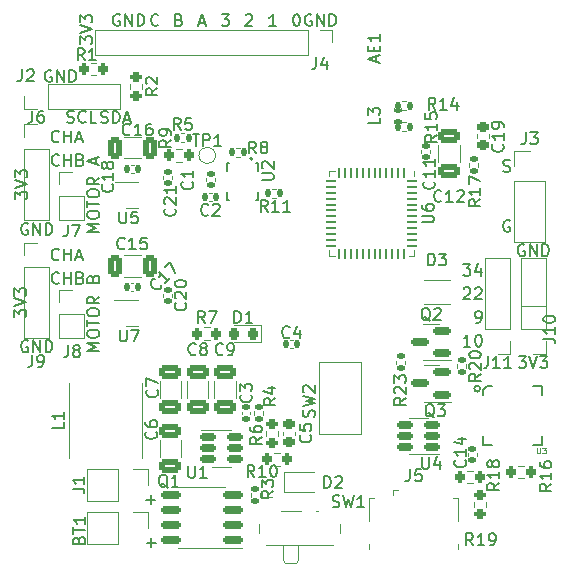
<source format=gto>
%TF.GenerationSoftware,KiCad,Pcbnew,(6.0.6)*%
%TF.CreationDate,2022-07-17T19:58:46+03:00*%
%TF.ProjectId,Kontroller ESP,4b6f6e74-726f-46c6-9c65-72204553502e,rev?*%
%TF.SameCoordinates,Original*%
%TF.FileFunction,Legend,Top*%
%TF.FilePolarity,Positive*%
%FSLAX46Y46*%
G04 Gerber Fmt 4.6, Leading zero omitted, Abs format (unit mm)*
G04 Created by KiCad (PCBNEW (6.0.6)) date 2022-07-17 19:58:46*
%MOMM*%
%LPD*%
G01*
G04 APERTURE LIST*
G04 Aperture macros list*
%AMRoundRect*
0 Rectangle with rounded corners*
0 $1 Rounding radius*
0 $2 $3 $4 $5 $6 $7 $8 $9 X,Y pos of 4 corners*
0 Add a 4 corners polygon primitive as box body*
4,1,4,$2,$3,$4,$5,$6,$7,$8,$9,$2,$3,0*
0 Add four circle primitives for the rounded corners*
1,1,$1+$1,$2,$3*
1,1,$1+$1,$4,$5*
1,1,$1+$1,$6,$7*
1,1,$1+$1,$8,$9*
0 Add four rect primitives between the rounded corners*
20,1,$1+$1,$2,$3,$4,$5,0*
20,1,$1+$1,$4,$5,$6,$7,0*
20,1,$1+$1,$6,$7,$8,$9,0*
20,1,$1+$1,$8,$9,$2,$3,0*%
G04 Aperture macros list end*
%ADD10C,0.150000*%
%ADD11C,0.120000*%
%ADD12C,0.120028*%
%ADD13C,0.127000*%
%ADD14C,0.200000*%
%ADD15R,0.400000X1.350000*%
%ADD16O,0.890000X1.550000*%
%ADD17R,1.500000X1.550000*%
%ADD18O,1.250000X0.950000*%
%ADD19R,0.800000X1.550000*%
%ADD20R,5.300000X5.300000*%
%ADD21RoundRect,0.062500X-0.337500X0.062500X-0.337500X-0.062500X0.337500X-0.062500X0.337500X0.062500X0*%
%ADD22RoundRect,0.062500X-0.062500X0.337500X-0.062500X-0.337500X0.062500X-0.337500X0.062500X0.337500X0*%
%ADD23RoundRect,0.135000X-0.135000X-0.185000X0.135000X-0.185000X0.135000X0.185000X-0.135000X0.185000X0*%
%ADD24R,2.300000X1.500000*%
%ADD25R,2.300000X1.000000*%
%ADD26RoundRect,0.250000X0.650000X-0.325000X0.650000X0.325000X-0.650000X0.325000X-0.650000X-0.325000X0*%
%ADD27RoundRect,0.150000X0.675000X0.150000X-0.675000X0.150000X-0.675000X-0.150000X0.675000X-0.150000X0*%
%ADD28RoundRect,0.135000X0.185000X-0.135000X0.185000X0.135000X-0.185000X0.135000X-0.185000X-0.135000X0*%
%ADD29R,0.700000X0.700000*%
%ADD30R,0.900000X1.600000*%
%ADD31R,0.500000X0.250000*%
%ADD32R,0.700000X1.500000*%
%ADD33R,1.000000X0.800000*%
%ADD34C,0.900000*%
%ADD35C,4.400000*%
%ADD36C,0.700000*%
%ADD37R,0.900000X0.254000*%
%ADD38R,0.254000X0.900000*%
%ADD39R,3.100000X3.100000*%
%ADD40RoundRect,0.218750X0.218750X0.256250X-0.218750X0.256250X-0.218750X-0.256250X0.218750X-0.256250X0*%
%ADD41RoundRect,0.140000X0.170000X-0.140000X0.170000X0.140000X-0.170000X0.140000X-0.170000X-0.140000X0*%
%ADD42RoundRect,0.200000X0.200000X0.275000X-0.200000X0.275000X-0.200000X-0.275000X0.200000X-0.275000X0*%
%ADD43R,1.350000X1.350000*%
%ADD44O,1.350000X1.350000*%
%ADD45RoundRect,0.135000X0.135000X0.185000X-0.135000X0.185000X-0.135000X-0.185000X0.135000X-0.185000X0*%
%ADD46RoundRect,0.140000X0.140000X0.170000X-0.140000X0.170000X-0.140000X-0.170000X0.140000X-0.170000X0*%
%ADD47RoundRect,0.250000X-0.325000X-0.650000X0.325000X-0.650000X0.325000X0.650000X-0.325000X0.650000X0*%
%ADD48R,1.700000X1.700000*%
%ADD49O,1.700000X1.700000*%
%ADD50RoundRect,0.140000X-0.140000X-0.170000X0.140000X-0.170000X0.140000X0.170000X-0.140000X0.170000X0*%
%ADD51RoundRect,0.147500X0.172500X-0.147500X0.172500X0.147500X-0.172500X0.147500X-0.172500X-0.147500X0*%
%ADD52RoundRect,0.135000X-0.185000X0.135000X-0.185000X-0.135000X0.185000X-0.135000X0.185000X0.135000X0*%
%ADD53R,5.700000X1.600000*%
%ADD54RoundRect,0.150000X0.512500X0.150000X-0.512500X0.150000X-0.512500X-0.150000X0.512500X-0.150000X0*%
%ADD55RoundRect,0.250000X-0.650000X0.325000X-0.650000X-0.325000X0.650000X-0.325000X0.650000X0.325000X0*%
%ADD56RoundRect,0.225000X0.250000X-0.225000X0.250000X0.225000X-0.250000X0.225000X-0.250000X-0.225000X0*%
%ADD57RoundRect,0.200000X-0.200000X-0.275000X0.200000X-0.275000X0.200000X0.275000X-0.200000X0.275000X0*%
%ADD58R,0.350000X0.580000*%
%ADD59R,0.580000X0.350000*%
%ADD60RoundRect,0.200000X0.275000X-0.200000X0.275000X0.200000X-0.275000X0.200000X-0.275000X-0.200000X0*%
%ADD61RoundRect,0.150000X0.587500X0.150000X-0.587500X0.150000X-0.587500X-0.150000X0.587500X-0.150000X0*%
%ADD62RoundRect,0.225000X-0.250000X0.225000X-0.250000X-0.225000X0.250000X-0.225000X0.250000X0.225000X0*%
%ADD63R,1.600000X2.180000*%
%ADD64RoundRect,0.150000X-0.512500X-0.150000X0.512500X-0.150000X0.512500X0.150000X-0.512500X0.150000X0*%
%ADD65R,0.600000X0.450000*%
%ADD66C,1.000000*%
G04 APERTURE END LIST*
D10*
X130132380Y-112238095D02*
X130132380Y-111619047D01*
X130513333Y-111952380D01*
X130513333Y-111809523D01*
X130560952Y-111714285D01*
X130608571Y-111666666D01*
X130703809Y-111619047D01*
X130941904Y-111619047D01*
X131037142Y-111666666D01*
X131084761Y-111714285D01*
X131132380Y-111809523D01*
X131132380Y-112095238D01*
X131084761Y-112190476D01*
X131037142Y-112238095D01*
X130132380Y-111333333D02*
X131132380Y-111000000D01*
X130132380Y-110666666D01*
X130132380Y-110428571D02*
X130132380Y-109809523D01*
X130513333Y-110142857D01*
X130513333Y-110000000D01*
X130560952Y-109904761D01*
X130608571Y-109857142D01*
X130703809Y-109809523D01*
X130941904Y-109809523D01*
X131037142Y-109857142D01*
X131084761Y-109904761D01*
X131132380Y-110000000D01*
X131132380Y-110285714D01*
X131084761Y-110380952D01*
X131037142Y-110428571D01*
X130202380Y-102238095D02*
X130202380Y-101619047D01*
X130583333Y-101952380D01*
X130583333Y-101809523D01*
X130630952Y-101714285D01*
X130678571Y-101666666D01*
X130773809Y-101619047D01*
X131011904Y-101619047D01*
X131107142Y-101666666D01*
X131154761Y-101714285D01*
X131202380Y-101809523D01*
X131202380Y-102095238D01*
X131154761Y-102190476D01*
X131107142Y-102238095D01*
X130202380Y-101333333D02*
X131202380Y-101000000D01*
X130202380Y-100666666D01*
X130202380Y-100428571D02*
X130202380Y-99809523D01*
X130583333Y-100142857D01*
X130583333Y-100000000D01*
X130630952Y-99904761D01*
X130678571Y-99857142D01*
X130773809Y-99809523D01*
X131011904Y-99809523D01*
X131107142Y-99857142D01*
X131154761Y-99904761D01*
X131202380Y-100000000D01*
X131202380Y-100285714D01*
X131154761Y-100380952D01*
X131107142Y-100428571D01*
D11*
X173010000Y-111300000D02*
X175110000Y-111300000D01*
D10*
X172071904Y-104080000D02*
X171976666Y-104032380D01*
X171833809Y-104032380D01*
X171690952Y-104080000D01*
X171595714Y-104175238D01*
X171548095Y-104270476D01*
X171500476Y-104460952D01*
X171500476Y-104603809D01*
X171548095Y-104794285D01*
X171595714Y-104889523D01*
X171690952Y-104984761D01*
X171833809Y-105032380D01*
X171929047Y-105032380D01*
X172071904Y-104984761D01*
X172119523Y-104937142D01*
X172119523Y-104603809D01*
X171929047Y-104603809D01*
X171524285Y-99894761D02*
X171667142Y-99942380D01*
X171905238Y-99942380D01*
X172000476Y-99894761D01*
X172048095Y-99847142D01*
X172095714Y-99751904D01*
X172095714Y-99656666D01*
X172048095Y-99561428D01*
X172000476Y-99513809D01*
X171905238Y-99466190D01*
X171714761Y-99418571D01*
X171619523Y-99370952D01*
X171571904Y-99323333D01*
X171524285Y-99228095D01*
X171524285Y-99132857D01*
X171571904Y-99037619D01*
X171619523Y-98990000D01*
X171714761Y-98942380D01*
X171952857Y-98942380D01*
X172095714Y-98990000D01*
X155278095Y-86650000D02*
X155182857Y-86602380D01*
X155040000Y-86602380D01*
X154897142Y-86650000D01*
X154801904Y-86745238D01*
X154754285Y-86840476D01*
X154706666Y-87030952D01*
X154706666Y-87173809D01*
X154754285Y-87364285D01*
X154801904Y-87459523D01*
X154897142Y-87554761D01*
X155040000Y-87602380D01*
X155135238Y-87602380D01*
X155278095Y-87554761D01*
X155325714Y-87507142D01*
X155325714Y-87173809D01*
X155135238Y-87173809D01*
X155754285Y-87602380D02*
X155754285Y-86602380D01*
X156325714Y-87602380D01*
X156325714Y-86602380D01*
X156801904Y-87602380D02*
X156801904Y-86602380D01*
X157040000Y-86602380D01*
X157182857Y-86650000D01*
X157278095Y-86745238D01*
X157325714Y-86840476D01*
X157373333Y-87030952D01*
X157373333Y-87173809D01*
X157325714Y-87364285D01*
X157278095Y-87459523D01*
X157182857Y-87554761D01*
X157040000Y-87602380D01*
X156801904Y-87602380D01*
X153952380Y-86602380D02*
X154047619Y-86602380D01*
X154142857Y-86650000D01*
X154190476Y-86697619D01*
X154238095Y-86792857D01*
X154285714Y-86983333D01*
X154285714Y-87221428D01*
X154238095Y-87411904D01*
X154190476Y-87507142D01*
X154142857Y-87554761D01*
X154047619Y-87602380D01*
X153952380Y-87602380D01*
X153857142Y-87554761D01*
X153809523Y-87507142D01*
X153761904Y-87411904D01*
X153714285Y-87221428D01*
X153714285Y-86983333D01*
X153761904Y-86792857D01*
X153809523Y-86697619D01*
X153857142Y-86650000D01*
X153952380Y-86602380D01*
X152285714Y-87602380D02*
X151714285Y-87602380D01*
X152000000Y-87602380D02*
X152000000Y-86602380D01*
X151904761Y-86745238D01*
X151809523Y-86840476D01*
X151714285Y-86888095D01*
X149714285Y-86697619D02*
X149761904Y-86650000D01*
X149857142Y-86602380D01*
X150095238Y-86602380D01*
X150190476Y-86650000D01*
X150238095Y-86697619D01*
X150285714Y-86792857D01*
X150285714Y-86888095D01*
X150238095Y-87030952D01*
X149666666Y-87602380D01*
X150285714Y-87602380D01*
X147666666Y-86602380D02*
X148285714Y-86602380D01*
X147952380Y-86983333D01*
X148095238Y-86983333D01*
X148190476Y-87030952D01*
X148238095Y-87078571D01*
X148285714Y-87173809D01*
X148285714Y-87411904D01*
X148238095Y-87507142D01*
X148190476Y-87554761D01*
X148095238Y-87602380D01*
X147809523Y-87602380D01*
X147714285Y-87554761D01*
X147666666Y-87507142D01*
X145761904Y-87316666D02*
X146238095Y-87316666D01*
X145666666Y-87602380D02*
X146000000Y-86602380D01*
X146333333Y-87602380D01*
X144071428Y-87078571D02*
X144214285Y-87126190D01*
X144261904Y-87173809D01*
X144309523Y-87269047D01*
X144309523Y-87411904D01*
X144261904Y-87507142D01*
X144214285Y-87554761D01*
X144119047Y-87602380D01*
X143738095Y-87602380D01*
X143738095Y-86602380D01*
X144071428Y-86602380D01*
X144166666Y-86650000D01*
X144214285Y-86697619D01*
X144261904Y-86792857D01*
X144261904Y-86888095D01*
X144214285Y-86983333D01*
X144166666Y-87030952D01*
X144071428Y-87078571D01*
X143738095Y-87078571D01*
X135722380Y-89098095D02*
X135722380Y-88479047D01*
X136103333Y-88812380D01*
X136103333Y-88669523D01*
X136150952Y-88574285D01*
X136198571Y-88526666D01*
X136293809Y-88479047D01*
X136531904Y-88479047D01*
X136627142Y-88526666D01*
X136674761Y-88574285D01*
X136722380Y-88669523D01*
X136722380Y-88955238D01*
X136674761Y-89050476D01*
X136627142Y-89098095D01*
X135722380Y-88193333D02*
X136722380Y-87860000D01*
X135722380Y-87526666D01*
X135722380Y-87288571D02*
X135722380Y-86669523D01*
X136103333Y-87002857D01*
X136103333Y-86860000D01*
X136150952Y-86764761D01*
X136198571Y-86717142D01*
X136293809Y-86669523D01*
X136531904Y-86669523D01*
X136627142Y-86717142D01*
X136674761Y-86764761D01*
X136722380Y-86860000D01*
X136722380Y-87145714D01*
X136674761Y-87240952D01*
X136627142Y-87288571D01*
X142309523Y-87507142D02*
X142261904Y-87554761D01*
X142119047Y-87602380D01*
X142023809Y-87602380D01*
X141880952Y-87554761D01*
X141785714Y-87459523D01*
X141738095Y-87364285D01*
X141690476Y-87173809D01*
X141690476Y-87030952D01*
X141738095Y-86840476D01*
X141785714Y-86745238D01*
X141880952Y-86650000D01*
X142023809Y-86602380D01*
X142119047Y-86602380D01*
X142261904Y-86650000D01*
X142309523Y-86697619D01*
X139038095Y-86650000D02*
X138942857Y-86602380D01*
X138800000Y-86602380D01*
X138657142Y-86650000D01*
X138561904Y-86745238D01*
X138514285Y-86840476D01*
X138466666Y-87030952D01*
X138466666Y-87173809D01*
X138514285Y-87364285D01*
X138561904Y-87459523D01*
X138657142Y-87554761D01*
X138800000Y-87602380D01*
X138895238Y-87602380D01*
X139038095Y-87554761D01*
X139085714Y-87507142D01*
X139085714Y-87173809D01*
X138895238Y-87173809D01*
X139514285Y-87602380D02*
X139514285Y-86602380D01*
X140085714Y-87602380D01*
X140085714Y-86602380D01*
X140561904Y-87602380D02*
X140561904Y-86602380D01*
X140800000Y-86602380D01*
X140942857Y-86650000D01*
X141038095Y-86745238D01*
X141085714Y-86840476D01*
X141133333Y-87030952D01*
X141133333Y-87173809D01*
X141085714Y-87364285D01*
X141038095Y-87459523D01*
X140942857Y-87554761D01*
X140800000Y-87602380D01*
X140561904Y-87602380D01*
X133905714Y-109357142D02*
X133858095Y-109404761D01*
X133715238Y-109452380D01*
X133620000Y-109452380D01*
X133477142Y-109404761D01*
X133381904Y-109309523D01*
X133334285Y-109214285D01*
X133286666Y-109023809D01*
X133286666Y-108880952D01*
X133334285Y-108690476D01*
X133381904Y-108595238D01*
X133477142Y-108500000D01*
X133620000Y-108452380D01*
X133715238Y-108452380D01*
X133858095Y-108500000D01*
X133905714Y-108547619D01*
X134334285Y-109452380D02*
X134334285Y-108452380D01*
X134334285Y-108928571D02*
X134905714Y-108928571D01*
X134905714Y-109452380D02*
X134905714Y-108452380D01*
X135715238Y-108928571D02*
X135858095Y-108976190D01*
X135905714Y-109023809D01*
X135953333Y-109119047D01*
X135953333Y-109261904D01*
X135905714Y-109357142D01*
X135858095Y-109404761D01*
X135762857Y-109452380D01*
X135381904Y-109452380D01*
X135381904Y-108452380D01*
X135715238Y-108452380D01*
X135810476Y-108500000D01*
X135858095Y-108547619D01*
X135905714Y-108642857D01*
X135905714Y-108738095D01*
X135858095Y-108833333D01*
X135810476Y-108880952D01*
X135715238Y-108928571D01*
X135381904Y-108928571D01*
X133907142Y-107357142D02*
X133859523Y-107404761D01*
X133716666Y-107452380D01*
X133621428Y-107452380D01*
X133478571Y-107404761D01*
X133383333Y-107309523D01*
X133335714Y-107214285D01*
X133288095Y-107023809D01*
X133288095Y-106880952D01*
X133335714Y-106690476D01*
X133383333Y-106595238D01*
X133478571Y-106500000D01*
X133621428Y-106452380D01*
X133716666Y-106452380D01*
X133859523Y-106500000D01*
X133907142Y-106547619D01*
X134335714Y-107452380D02*
X134335714Y-106452380D01*
X134335714Y-106928571D02*
X134907142Y-106928571D01*
X134907142Y-107452380D02*
X134907142Y-106452380D01*
X135335714Y-107166666D02*
X135811904Y-107166666D01*
X135240476Y-107452380D02*
X135573809Y-106452380D01*
X135907142Y-107452380D01*
X133907142Y-99357142D02*
X133859523Y-99404761D01*
X133716666Y-99452380D01*
X133621428Y-99452380D01*
X133478570Y-99404761D01*
X133383332Y-99309523D01*
X133335713Y-99214285D01*
X133288094Y-99023809D01*
X133288094Y-98880952D01*
X133335713Y-98690476D01*
X133383332Y-98595238D01*
X133478570Y-98500000D01*
X133621428Y-98452380D01*
X133716666Y-98452380D01*
X133859523Y-98500000D01*
X133907142Y-98547619D01*
X134335713Y-99452380D02*
X134335713Y-98452380D01*
X134335713Y-98928571D02*
X134907142Y-98928571D01*
X134907142Y-99452380D02*
X134907142Y-98452380D01*
X135716666Y-98928571D02*
X135859523Y-98976190D01*
X135907142Y-99023809D01*
X135954761Y-99119047D01*
X135954761Y-99261904D01*
X135907142Y-99357142D01*
X135859523Y-99404761D01*
X135764285Y-99452380D01*
X135383332Y-99452380D01*
X135383332Y-98452380D01*
X135716666Y-98452380D01*
X135811904Y-98500000D01*
X135859523Y-98547619D01*
X135907142Y-98642857D01*
X135907142Y-98738095D01*
X135859523Y-98833333D01*
X135811904Y-98880952D01*
X135716666Y-98928571D01*
X135383332Y-98928571D01*
X133907142Y-97357142D02*
X133859523Y-97404761D01*
X133716666Y-97452380D01*
X133621428Y-97452380D01*
X133478571Y-97404761D01*
X133383333Y-97309523D01*
X133335714Y-97214285D01*
X133288095Y-97023809D01*
X133288095Y-96880952D01*
X133335714Y-96690476D01*
X133383333Y-96595238D01*
X133478571Y-96500000D01*
X133621428Y-96452380D01*
X133716666Y-96452380D01*
X133859523Y-96500000D01*
X133907142Y-96547619D01*
X134335714Y-97452380D02*
X134335714Y-96452380D01*
X134335714Y-96928571D02*
X134907142Y-96928571D01*
X134907142Y-97452380D02*
X134907142Y-96452380D01*
X135335714Y-97166666D02*
X135811904Y-97166666D01*
X135240476Y-97452380D02*
X135573809Y-96452380D01*
X135907142Y-97452380D01*
X172821904Y-115552380D02*
X173440952Y-115552380D01*
X173107619Y-115933333D01*
X173250476Y-115933333D01*
X173345714Y-115980952D01*
X173393333Y-116028571D01*
X173440952Y-116123809D01*
X173440952Y-116361904D01*
X173393333Y-116457142D01*
X173345714Y-116504761D01*
X173250476Y-116552380D01*
X172964761Y-116552380D01*
X172869523Y-116504761D01*
X172821904Y-116457142D01*
X173726666Y-115552380D02*
X174060000Y-116552380D01*
X174393333Y-115552380D01*
X174631428Y-115552380D02*
X175250476Y-115552380D01*
X174917142Y-115933333D01*
X175060000Y-115933333D01*
X175155238Y-115980952D01*
X175202857Y-116028571D01*
X175250476Y-116123809D01*
X175250476Y-116361904D01*
X175202857Y-116457142D01*
X175155238Y-116504761D01*
X175060000Y-116552380D01*
X174774285Y-116552380D01*
X174679047Y-116504761D01*
X174631428Y-116457142D01*
X131258095Y-114260000D02*
X131162857Y-114212380D01*
X131020000Y-114212380D01*
X130877142Y-114260000D01*
X130781904Y-114355238D01*
X130734285Y-114450476D01*
X130686666Y-114640952D01*
X130686666Y-114783809D01*
X130734285Y-114974285D01*
X130781904Y-115069523D01*
X130877142Y-115164761D01*
X131020000Y-115212380D01*
X131115238Y-115212380D01*
X131258095Y-115164761D01*
X131305714Y-115117142D01*
X131305714Y-114783809D01*
X131115238Y-114783809D01*
X131734285Y-115212380D02*
X131734285Y-114212380D01*
X132305714Y-115212380D01*
X132305714Y-114212380D01*
X132781904Y-115212380D02*
X132781904Y-114212380D01*
X133020000Y-114212380D01*
X133162857Y-114260000D01*
X133258095Y-114355238D01*
X133305714Y-114450476D01*
X133353333Y-114640952D01*
X133353333Y-114783809D01*
X133305714Y-114974285D01*
X133258095Y-115069523D01*
X133162857Y-115164761D01*
X133020000Y-115212380D01*
X132781904Y-115212380D01*
X141309047Y-127701428D02*
X142070952Y-127701428D01*
X141690000Y-128082380D02*
X141690000Y-127320476D01*
X141319047Y-131341428D02*
X142080952Y-131341428D01*
X141700000Y-131722380D02*
X141700000Y-130960476D01*
X133258095Y-91390000D02*
X133162857Y-91342380D01*
X133020000Y-91342380D01*
X132877142Y-91390000D01*
X132781904Y-91485238D01*
X132734285Y-91580476D01*
X132686666Y-91770952D01*
X132686666Y-91913809D01*
X132734285Y-92104285D01*
X132781904Y-92199523D01*
X132877142Y-92294761D01*
X133020000Y-92342380D01*
X133115238Y-92342380D01*
X133258095Y-92294761D01*
X133305714Y-92247142D01*
X133305714Y-91913809D01*
X133115238Y-91913809D01*
X133734285Y-92342380D02*
X133734285Y-91342380D01*
X134305714Y-92342380D01*
X134305714Y-91342380D01*
X134781904Y-92342380D02*
X134781904Y-91342380D01*
X135020000Y-91342380D01*
X135162857Y-91390000D01*
X135258095Y-91485238D01*
X135305714Y-91580476D01*
X135353333Y-91770952D01*
X135353333Y-91913809D01*
X135305714Y-92104285D01*
X135258095Y-92199523D01*
X135162857Y-92294761D01*
X135020000Y-92342380D01*
X134781904Y-92342380D01*
X173298095Y-106130000D02*
X173202857Y-106082380D01*
X173060000Y-106082380D01*
X172917142Y-106130000D01*
X172821904Y-106225238D01*
X172774285Y-106320476D01*
X172726666Y-106510952D01*
X172726666Y-106653809D01*
X172774285Y-106844285D01*
X172821904Y-106939523D01*
X172917142Y-107034761D01*
X173060000Y-107082380D01*
X173155238Y-107082380D01*
X173298095Y-107034761D01*
X173345714Y-106987142D01*
X173345714Y-106653809D01*
X173155238Y-106653809D01*
X173774285Y-107082380D02*
X173774285Y-106082380D01*
X174345714Y-107082380D01*
X174345714Y-106082380D01*
X174821904Y-107082380D02*
X174821904Y-106082380D01*
X175060000Y-106082380D01*
X175202857Y-106130000D01*
X175298095Y-106225238D01*
X175345714Y-106320476D01*
X175393333Y-106510952D01*
X175393333Y-106653809D01*
X175345714Y-106844285D01*
X175298095Y-106939523D01*
X175202857Y-107034761D01*
X175060000Y-107082380D01*
X174821904Y-107082380D01*
X137465714Y-95764761D02*
X137608571Y-95812380D01*
X137846666Y-95812380D01*
X137941904Y-95764761D01*
X137989523Y-95717142D01*
X138037142Y-95621904D01*
X138037142Y-95526666D01*
X137989523Y-95431428D01*
X137941904Y-95383809D01*
X137846666Y-95336190D01*
X137656190Y-95288571D01*
X137560952Y-95240952D01*
X137513333Y-95193333D01*
X137465714Y-95098095D01*
X137465714Y-95002857D01*
X137513333Y-94907619D01*
X137560952Y-94860000D01*
X137656190Y-94812380D01*
X137894285Y-94812380D01*
X138037142Y-94860000D01*
X138465714Y-95812380D02*
X138465714Y-94812380D01*
X138703809Y-94812380D01*
X138846666Y-94860000D01*
X138941904Y-94955238D01*
X138989523Y-95050476D01*
X139037142Y-95240952D01*
X139037142Y-95383809D01*
X138989523Y-95574285D01*
X138941904Y-95669523D01*
X138846666Y-95764761D01*
X138703809Y-95812380D01*
X138465714Y-95812380D01*
X139418095Y-95526666D02*
X139894285Y-95526666D01*
X139322857Y-95812380D02*
X139656190Y-94812380D01*
X139989523Y-95812380D01*
X168168095Y-109837619D02*
X168215714Y-109790000D01*
X168310952Y-109742380D01*
X168549047Y-109742380D01*
X168644285Y-109790000D01*
X168691904Y-109837619D01*
X168739523Y-109932857D01*
X168739523Y-110028095D01*
X168691904Y-110170952D01*
X168120476Y-110742380D01*
X168739523Y-110742380D01*
X169120476Y-109837619D02*
X169168095Y-109790000D01*
X169263333Y-109742380D01*
X169501428Y-109742380D01*
X169596666Y-109790000D01*
X169644285Y-109837619D01*
X169691904Y-109932857D01*
X169691904Y-110028095D01*
X169644285Y-110170952D01*
X169072857Y-110742380D01*
X169691904Y-110742380D01*
X169219523Y-112742380D02*
X169410000Y-112742380D01*
X169505238Y-112694761D01*
X169552857Y-112647142D01*
X169648095Y-112504285D01*
X169695714Y-112313809D01*
X169695714Y-111932857D01*
X169648095Y-111837619D01*
X169600476Y-111790000D01*
X169505238Y-111742380D01*
X169314761Y-111742380D01*
X169219523Y-111790000D01*
X169171904Y-111837619D01*
X169124285Y-111932857D01*
X169124285Y-112170952D01*
X169171904Y-112266190D01*
X169219523Y-112313809D01*
X169314761Y-112361428D01*
X169505238Y-112361428D01*
X169600476Y-112313809D01*
X169648095Y-112266190D01*
X169695714Y-112170952D01*
X137302380Y-115082857D02*
X136302380Y-115082857D01*
X137016666Y-114749523D01*
X136302380Y-114416190D01*
X137302380Y-114416190D01*
X136302380Y-113749523D02*
X136302380Y-113559047D01*
X136350000Y-113463809D01*
X136445238Y-113368571D01*
X136635714Y-113320952D01*
X136969047Y-113320952D01*
X137159523Y-113368571D01*
X137254761Y-113463809D01*
X137302380Y-113559047D01*
X137302380Y-113749523D01*
X137254761Y-113844761D01*
X137159523Y-113940000D01*
X136969047Y-113987619D01*
X136635714Y-113987619D01*
X136445238Y-113940000D01*
X136350000Y-113844761D01*
X136302380Y-113749523D01*
X136302380Y-113035238D02*
X136302380Y-112463809D01*
X137302380Y-112749523D02*
X136302380Y-112749523D01*
X136302380Y-111940000D02*
X136302380Y-111749523D01*
X136350000Y-111654285D01*
X136445238Y-111559047D01*
X136635714Y-111511428D01*
X136969047Y-111511428D01*
X137159523Y-111559047D01*
X137254761Y-111654285D01*
X137302380Y-111749523D01*
X137302380Y-111940000D01*
X137254761Y-112035238D01*
X137159523Y-112130476D01*
X136969047Y-112178095D01*
X136635714Y-112178095D01*
X136445238Y-112130476D01*
X136350000Y-112035238D01*
X136302380Y-111940000D01*
X137302380Y-110511428D02*
X136826190Y-110844761D01*
X137302380Y-111082857D02*
X136302380Y-111082857D01*
X136302380Y-110701904D01*
X136350000Y-110606666D01*
X136397619Y-110559047D01*
X136492857Y-110511428D01*
X136635714Y-110511428D01*
X136730952Y-110559047D01*
X136778571Y-110606666D01*
X136826190Y-110701904D01*
X136826190Y-111082857D01*
X136778571Y-108987619D02*
X136826190Y-108844761D01*
X136873809Y-108797142D01*
X136969047Y-108749523D01*
X137111904Y-108749523D01*
X137207142Y-108797142D01*
X137254761Y-108844761D01*
X137302380Y-108940000D01*
X137302380Y-109320952D01*
X136302380Y-109320952D01*
X136302380Y-108987619D01*
X136350000Y-108892380D01*
X136397619Y-108844761D01*
X136492857Y-108797142D01*
X136588095Y-108797142D01*
X136683333Y-108844761D01*
X136730952Y-108892380D01*
X136778571Y-108987619D01*
X136778571Y-109320952D01*
X168743333Y-114742380D02*
X168171905Y-114742380D01*
X168457619Y-114742380D02*
X168457619Y-113742380D01*
X168362381Y-113885238D01*
X168267143Y-113980476D01*
X168171905Y-114028095D01*
X169362381Y-113742380D02*
X169457619Y-113742380D01*
X169552857Y-113790000D01*
X169600476Y-113837619D01*
X169648095Y-113932857D01*
X169695714Y-114123333D01*
X169695714Y-114361428D01*
X169648095Y-114551904D01*
X169600476Y-114647142D01*
X169552857Y-114694761D01*
X169457619Y-114742380D01*
X169362381Y-114742380D01*
X169267143Y-114694761D01*
X169219524Y-114647142D01*
X169171905Y-114551904D01*
X169124286Y-114361428D01*
X169124286Y-114123333D01*
X169171905Y-113932857D01*
X169219524Y-113837619D01*
X169267143Y-113790000D01*
X169362381Y-113742380D01*
X134589523Y-95744761D02*
X134732380Y-95792380D01*
X134970476Y-95792380D01*
X135065714Y-95744761D01*
X135113333Y-95697142D01*
X135160952Y-95601904D01*
X135160952Y-95506666D01*
X135113333Y-95411428D01*
X135065714Y-95363809D01*
X134970476Y-95316190D01*
X134780000Y-95268571D01*
X134684761Y-95220952D01*
X134637142Y-95173333D01*
X134589523Y-95078095D01*
X134589523Y-94982857D01*
X134637142Y-94887619D01*
X134684761Y-94840000D01*
X134780000Y-94792380D01*
X135018095Y-94792380D01*
X135160952Y-94840000D01*
X136160952Y-95697142D02*
X136113333Y-95744761D01*
X135970476Y-95792380D01*
X135875238Y-95792380D01*
X135732380Y-95744761D01*
X135637142Y-95649523D01*
X135589523Y-95554285D01*
X135541904Y-95363809D01*
X135541904Y-95220952D01*
X135589523Y-95030476D01*
X135637142Y-94935238D01*
X135732380Y-94840000D01*
X135875238Y-94792380D01*
X135970476Y-94792380D01*
X136113333Y-94840000D01*
X136160952Y-94887619D01*
X137065714Y-95792380D02*
X136589523Y-95792380D01*
X136589523Y-94792380D01*
X131258095Y-104330000D02*
X131162857Y-104282380D01*
X131020000Y-104282380D01*
X130877142Y-104330000D01*
X130781904Y-104425238D01*
X130734285Y-104520476D01*
X130686666Y-104710952D01*
X130686666Y-104853809D01*
X130734285Y-105044285D01*
X130781904Y-105139523D01*
X130877142Y-105234761D01*
X131020000Y-105282380D01*
X131115238Y-105282380D01*
X131258095Y-105234761D01*
X131305714Y-105187142D01*
X131305714Y-104853809D01*
X131115238Y-104853809D01*
X131734285Y-105282380D02*
X131734285Y-104282380D01*
X132305714Y-105282380D01*
X132305714Y-104282380D01*
X132781904Y-105282380D02*
X132781904Y-104282380D01*
X133020000Y-104282380D01*
X133162857Y-104330000D01*
X133258095Y-104425238D01*
X133305714Y-104520476D01*
X133353333Y-104710952D01*
X133353333Y-104853809D01*
X133305714Y-105044285D01*
X133258095Y-105139523D01*
X133162857Y-105234761D01*
X133020000Y-105282380D01*
X132781904Y-105282380D01*
X137302380Y-105011428D02*
X136302380Y-105011428D01*
X137016666Y-104678095D01*
X136302380Y-104344761D01*
X137302380Y-104344761D01*
X136302380Y-103678095D02*
X136302380Y-103487619D01*
X136350000Y-103392380D01*
X136445238Y-103297142D01*
X136635714Y-103249523D01*
X136969047Y-103249523D01*
X137159523Y-103297142D01*
X137254761Y-103392380D01*
X137302380Y-103487619D01*
X137302380Y-103678095D01*
X137254761Y-103773333D01*
X137159523Y-103868571D01*
X136969047Y-103916190D01*
X136635714Y-103916190D01*
X136445238Y-103868571D01*
X136350000Y-103773333D01*
X136302380Y-103678095D01*
X136302380Y-102963809D02*
X136302380Y-102392380D01*
X137302380Y-102678095D02*
X136302380Y-102678095D01*
X136302380Y-101868571D02*
X136302380Y-101678095D01*
X136350000Y-101582857D01*
X136445238Y-101487619D01*
X136635714Y-101440000D01*
X136969047Y-101440000D01*
X137159523Y-101487619D01*
X137254761Y-101582857D01*
X137302380Y-101678095D01*
X137302380Y-101868571D01*
X137254761Y-101963809D01*
X137159523Y-102059047D01*
X136969047Y-102106666D01*
X136635714Y-102106666D01*
X136445238Y-102059047D01*
X136350000Y-101963809D01*
X136302380Y-101868571D01*
X137302380Y-100440000D02*
X136826190Y-100773333D01*
X137302380Y-101011428D02*
X136302380Y-101011428D01*
X136302380Y-100630476D01*
X136350000Y-100535238D01*
X136397619Y-100487619D01*
X136492857Y-100440000D01*
X136635714Y-100440000D01*
X136730952Y-100487619D01*
X136778571Y-100535238D01*
X136826190Y-100630476D01*
X136826190Y-101011428D01*
X137016666Y-99297142D02*
X137016666Y-98820952D01*
X137302380Y-99392380D02*
X136302380Y-99059047D01*
X137302380Y-98725714D01*
X168124286Y-107742380D02*
X168743333Y-107742380D01*
X168410000Y-108123333D01*
X168552857Y-108123333D01*
X168648095Y-108170952D01*
X168695714Y-108218571D01*
X168743333Y-108313809D01*
X168743333Y-108551904D01*
X168695714Y-108647142D01*
X168648095Y-108694761D01*
X168552857Y-108742380D01*
X168267143Y-108742380D01*
X168171905Y-108694761D01*
X168124286Y-108647142D01*
X169600476Y-108075714D02*
X169600476Y-108742380D01*
X169362381Y-107694761D02*
X169124286Y-108409047D01*
X169743333Y-108409047D01*
X163616666Y-125152380D02*
X163616666Y-125866666D01*
X163569047Y-126009523D01*
X163473809Y-126104761D01*
X163330952Y-126152380D01*
X163235714Y-126152380D01*
X164569047Y-125152380D02*
X164092857Y-125152380D01*
X164045238Y-125628571D01*
X164092857Y-125580952D01*
X164188095Y-125533333D01*
X164426190Y-125533333D01*
X164521428Y-125580952D01*
X164569047Y-125628571D01*
X164616666Y-125723809D01*
X164616666Y-125961904D01*
X164569047Y-126057142D01*
X164521428Y-126104761D01*
X164426190Y-126152380D01*
X164188095Y-126152380D01*
X164092857Y-126104761D01*
X164045238Y-126057142D01*
X164622380Y-104231904D02*
X165431904Y-104231904D01*
X165527142Y-104184285D01*
X165574761Y-104136666D01*
X165622380Y-104041428D01*
X165622380Y-103850952D01*
X165574761Y-103755714D01*
X165527142Y-103708095D01*
X165431904Y-103660476D01*
X164622380Y-103660476D01*
X164622380Y-102755714D02*
X164622380Y-102946190D01*
X164670000Y-103041428D01*
X164717619Y-103089047D01*
X164860476Y-103184285D01*
X165050952Y-103231904D01*
X165431904Y-103231904D01*
X165527142Y-103184285D01*
X165574761Y-103136666D01*
X165622380Y-103041428D01*
X165622380Y-102850952D01*
X165574761Y-102755714D01*
X165527142Y-102708095D01*
X165431904Y-102660476D01*
X165193809Y-102660476D01*
X165098571Y-102708095D01*
X165050952Y-102755714D01*
X165003333Y-102850952D01*
X165003333Y-103041428D01*
X165050952Y-103136666D01*
X165098571Y-103184285D01*
X165193809Y-103231904D01*
X165892380Y-96822857D02*
X165416190Y-97156190D01*
X165892380Y-97394285D02*
X164892380Y-97394285D01*
X164892380Y-97013333D01*
X164940000Y-96918095D01*
X164987619Y-96870476D01*
X165082857Y-96822857D01*
X165225714Y-96822857D01*
X165320952Y-96870476D01*
X165368571Y-96918095D01*
X165416190Y-97013333D01*
X165416190Y-97394285D01*
X165892380Y-95870476D02*
X165892380Y-96441904D01*
X165892380Y-96156190D02*
X164892380Y-96156190D01*
X165035238Y-96251428D01*
X165130476Y-96346666D01*
X165178095Y-96441904D01*
X164892380Y-94965714D02*
X164892380Y-95441904D01*
X165368571Y-95489523D01*
X165320952Y-95441904D01*
X165273333Y-95346666D01*
X165273333Y-95108571D01*
X165320952Y-95013333D01*
X165368571Y-94965714D01*
X165463809Y-94918095D01*
X165701904Y-94918095D01*
X165797142Y-94965714D01*
X165844761Y-95013333D01*
X165892380Y-95108571D01*
X165892380Y-95346666D01*
X165844761Y-95441904D01*
X165797142Y-95489523D01*
X160776666Y-90646666D02*
X160776666Y-90170476D01*
X161062380Y-90741904D02*
X160062380Y-90408571D01*
X161062380Y-90075238D01*
X160538571Y-89741904D02*
X160538571Y-89408571D01*
X161062380Y-89265714D02*
X161062380Y-89741904D01*
X160062380Y-89741904D01*
X160062380Y-89265714D01*
X161062380Y-88313333D02*
X161062380Y-88884761D01*
X161062380Y-88599047D02*
X160062380Y-88599047D01*
X160205238Y-88694285D01*
X160300476Y-88789523D01*
X160348095Y-88884761D01*
X145483333Y-115377142D02*
X145435714Y-115424761D01*
X145292857Y-115472380D01*
X145197619Y-115472380D01*
X145054761Y-115424761D01*
X144959523Y-115329523D01*
X144911904Y-115234285D01*
X144864285Y-115043809D01*
X144864285Y-114900952D01*
X144911904Y-114710476D01*
X144959523Y-114615238D01*
X145054761Y-114520000D01*
X145197619Y-114472380D01*
X145292857Y-114472380D01*
X145435714Y-114520000D01*
X145483333Y-114567619D01*
X146054761Y-114900952D02*
X145959523Y-114853333D01*
X145911904Y-114805714D01*
X145864285Y-114710476D01*
X145864285Y-114662857D01*
X145911904Y-114567619D01*
X145959523Y-114520000D01*
X146054761Y-114472380D01*
X146245238Y-114472380D01*
X146340476Y-114520000D01*
X146388095Y-114567619D01*
X146435714Y-114662857D01*
X146435714Y-114710476D01*
X146388095Y-114805714D01*
X146340476Y-114853333D01*
X146245238Y-114900952D01*
X146054761Y-114900952D01*
X145959523Y-114948571D01*
X145911904Y-114996190D01*
X145864285Y-115091428D01*
X145864285Y-115281904D01*
X145911904Y-115377142D01*
X145959523Y-115424761D01*
X146054761Y-115472380D01*
X146245238Y-115472380D01*
X146340476Y-115424761D01*
X146388095Y-115377142D01*
X146435714Y-115281904D01*
X146435714Y-115091428D01*
X146388095Y-114996190D01*
X146340476Y-114948571D01*
X146245238Y-114900952D01*
X143104761Y-126697619D02*
X143009523Y-126650000D01*
X142914285Y-126554761D01*
X142771428Y-126411904D01*
X142676190Y-126364285D01*
X142580952Y-126364285D01*
X142628571Y-126602380D02*
X142533333Y-126554761D01*
X142438095Y-126459523D01*
X142390476Y-126269047D01*
X142390476Y-125935714D01*
X142438095Y-125745238D01*
X142533333Y-125650000D01*
X142628571Y-125602380D01*
X142819047Y-125602380D01*
X142914285Y-125650000D01*
X143009523Y-125745238D01*
X143057142Y-125935714D01*
X143057142Y-126269047D01*
X143009523Y-126459523D01*
X142914285Y-126554761D01*
X142819047Y-126602380D01*
X142628571Y-126602380D01*
X144009523Y-126602380D02*
X143438095Y-126602380D01*
X143723809Y-126602380D02*
X143723809Y-125602380D01*
X143628571Y-125745238D01*
X143533333Y-125840476D01*
X143438095Y-125888095D01*
X163282380Y-119092857D02*
X162806190Y-119426190D01*
X163282380Y-119664285D02*
X162282380Y-119664285D01*
X162282380Y-119283333D01*
X162330000Y-119188095D01*
X162377619Y-119140476D01*
X162472857Y-119092857D01*
X162615714Y-119092857D01*
X162710952Y-119140476D01*
X162758571Y-119188095D01*
X162806190Y-119283333D01*
X162806190Y-119664285D01*
X162377619Y-118711904D02*
X162330000Y-118664285D01*
X162282380Y-118569047D01*
X162282380Y-118330952D01*
X162330000Y-118235714D01*
X162377619Y-118188095D01*
X162472857Y-118140476D01*
X162568095Y-118140476D01*
X162710952Y-118188095D01*
X163282380Y-118759523D01*
X163282380Y-118140476D01*
X162282380Y-117807142D02*
X162282380Y-117188095D01*
X162663333Y-117521428D01*
X162663333Y-117378571D01*
X162710952Y-117283333D01*
X162758571Y-117235714D01*
X162853809Y-117188095D01*
X163091904Y-117188095D01*
X163187142Y-117235714D01*
X163234761Y-117283333D01*
X163282380Y-117378571D01*
X163282380Y-117664285D01*
X163234761Y-117759523D01*
X163187142Y-117807142D01*
X165161904Y-107872380D02*
X165161904Y-106872380D01*
X165400000Y-106872380D01*
X165542857Y-106920000D01*
X165638095Y-107015238D01*
X165685714Y-107110476D01*
X165733333Y-107300952D01*
X165733333Y-107443809D01*
X165685714Y-107634285D01*
X165638095Y-107729523D01*
X165542857Y-107824761D01*
X165400000Y-107872380D01*
X165161904Y-107872380D01*
X166066666Y-106872380D02*
X166685714Y-106872380D01*
X166352380Y-107253333D01*
X166495238Y-107253333D01*
X166590476Y-107300952D01*
X166638095Y-107348571D01*
X166685714Y-107443809D01*
X166685714Y-107681904D01*
X166638095Y-107777142D01*
X166590476Y-107824761D01*
X166495238Y-107872380D01*
X166209523Y-107872380D01*
X166114285Y-107824761D01*
X166066666Y-107777142D01*
X139058095Y-113302380D02*
X139058095Y-114111904D01*
X139105714Y-114207142D01*
X139153333Y-114254761D01*
X139248571Y-114302380D01*
X139439047Y-114302380D01*
X139534285Y-114254761D01*
X139581904Y-114207142D01*
X139629523Y-114111904D01*
X139629523Y-113302380D01*
X140010476Y-113302380D02*
X140677142Y-113302380D01*
X140248571Y-114302380D01*
X157076666Y-128304761D02*
X157219523Y-128352380D01*
X157457619Y-128352380D01*
X157552857Y-128304761D01*
X157600476Y-128257142D01*
X157648095Y-128161904D01*
X157648095Y-128066666D01*
X157600476Y-127971428D01*
X157552857Y-127923809D01*
X157457619Y-127876190D01*
X157267142Y-127828571D01*
X157171904Y-127780952D01*
X157124285Y-127733333D01*
X157076666Y-127638095D01*
X157076666Y-127542857D01*
X157124285Y-127447619D01*
X157171904Y-127400000D01*
X157267142Y-127352380D01*
X157505238Y-127352380D01*
X157648095Y-127400000D01*
X157981428Y-127352380D02*
X158219523Y-128352380D01*
X158410000Y-127638095D01*
X158600476Y-128352380D01*
X158838571Y-127352380D01*
X159743333Y-128352380D02*
X159171904Y-128352380D01*
X159457619Y-128352380D02*
X159457619Y-127352380D01*
X159362380Y-127495238D01*
X159267142Y-127590476D01*
X159171904Y-127638095D01*
D12*
X174377451Y-123297082D02*
X174377451Y-123685743D01*
X174400313Y-123731468D01*
X174423176Y-123754330D01*
X174468900Y-123777193D01*
X174560350Y-123777193D01*
X174606075Y-123754330D01*
X174628937Y-123731468D01*
X174651800Y-123685743D01*
X174651800Y-123297082D01*
X174834699Y-123297082D02*
X175131911Y-123297082D01*
X174971874Y-123479981D01*
X175040461Y-123479981D01*
X175086186Y-123502843D01*
X175109048Y-123525706D01*
X175131911Y-123571431D01*
X175131911Y-123685743D01*
X175109048Y-123731468D01*
X175086186Y-123754330D01*
X175040461Y-123777193D01*
X174903287Y-123777193D01*
X174857562Y-123754330D01*
X174834699Y-123731468D01*
D10*
X148751904Y-112732380D02*
X148751904Y-111732380D01*
X148990000Y-111732380D01*
X149132857Y-111780000D01*
X149228095Y-111875238D01*
X149275714Y-111970476D01*
X149323333Y-112160952D01*
X149323333Y-112303809D01*
X149275714Y-112494285D01*
X149228095Y-112589523D01*
X149132857Y-112684761D01*
X148990000Y-112732380D01*
X148751904Y-112732380D01*
X150275714Y-112732380D02*
X149704285Y-112732380D01*
X149990000Y-112732380D02*
X149990000Y-111732380D01*
X149894761Y-111875238D01*
X149799523Y-111970476D01*
X149704285Y-112018095D01*
X144597142Y-111042857D02*
X144644761Y-111090476D01*
X144692380Y-111233333D01*
X144692380Y-111328571D01*
X144644761Y-111471428D01*
X144549523Y-111566666D01*
X144454285Y-111614285D01*
X144263809Y-111661904D01*
X144120952Y-111661904D01*
X143930476Y-111614285D01*
X143835238Y-111566666D01*
X143740000Y-111471428D01*
X143692380Y-111328571D01*
X143692380Y-111233333D01*
X143740000Y-111090476D01*
X143787619Y-111042857D01*
X143787619Y-110661904D02*
X143740000Y-110614285D01*
X143692380Y-110519047D01*
X143692380Y-110280952D01*
X143740000Y-110185714D01*
X143787619Y-110138095D01*
X143882857Y-110090476D01*
X143978095Y-110090476D01*
X144120952Y-110138095D01*
X144692380Y-110709523D01*
X144692380Y-110090476D01*
X143692380Y-109471428D02*
X143692380Y-109376190D01*
X143740000Y-109280952D01*
X143787619Y-109233333D01*
X143882857Y-109185714D01*
X144073333Y-109138095D01*
X144311428Y-109138095D01*
X144501904Y-109185714D01*
X144597142Y-109233333D01*
X144644761Y-109280952D01*
X144692380Y-109376190D01*
X144692380Y-109471428D01*
X144644761Y-109566666D01*
X144597142Y-109614285D01*
X144501904Y-109661904D01*
X144311428Y-109709523D01*
X144073333Y-109709523D01*
X143882857Y-109661904D01*
X143787619Y-109614285D01*
X143740000Y-109566666D01*
X143692380Y-109471428D01*
X136073333Y-90502380D02*
X135740000Y-90026190D01*
X135501904Y-90502380D02*
X135501904Y-89502380D01*
X135882857Y-89502380D01*
X135978095Y-89550000D01*
X136025714Y-89597619D01*
X136073333Y-89692857D01*
X136073333Y-89835714D01*
X136025714Y-89930952D01*
X135978095Y-89978571D01*
X135882857Y-90026190D01*
X135501904Y-90026190D01*
X137025714Y-90502380D02*
X136454285Y-90502380D01*
X136740000Y-90502380D02*
X136740000Y-89502380D01*
X136644761Y-89645238D01*
X136549523Y-89740476D01*
X136454285Y-89788095D01*
X165627142Y-100772857D02*
X165674761Y-100820476D01*
X165722380Y-100963333D01*
X165722380Y-101058571D01*
X165674761Y-101201428D01*
X165579523Y-101296666D01*
X165484285Y-101344285D01*
X165293809Y-101391904D01*
X165150952Y-101391904D01*
X164960476Y-101344285D01*
X164865238Y-101296666D01*
X164770000Y-101201428D01*
X164722380Y-101058571D01*
X164722380Y-100963333D01*
X164770000Y-100820476D01*
X164817619Y-100772857D01*
X165722380Y-99820476D02*
X165722380Y-100391904D01*
X165722380Y-100106190D02*
X164722380Y-100106190D01*
X164865238Y-100201428D01*
X164960476Y-100296666D01*
X165008095Y-100391904D01*
X165722380Y-98868095D02*
X165722380Y-99439523D01*
X165722380Y-99153809D02*
X164722380Y-99153809D01*
X164865238Y-99249047D01*
X164960476Y-99344285D01*
X165008095Y-99439523D01*
X170230476Y-115572380D02*
X170230476Y-116286666D01*
X170182857Y-116429523D01*
X170087619Y-116524761D01*
X169944761Y-116572380D01*
X169849523Y-116572380D01*
X171230476Y-116572380D02*
X170659047Y-116572380D01*
X170944761Y-116572380D02*
X170944761Y-115572380D01*
X170849523Y-115715238D01*
X170754285Y-115810476D01*
X170659047Y-115858095D01*
X172182857Y-116572380D02*
X171611428Y-116572380D01*
X171897142Y-116572380D02*
X171897142Y-115572380D01*
X171801904Y-115715238D01*
X171706666Y-115810476D01*
X171611428Y-115858095D01*
X144193333Y-96412380D02*
X143860000Y-95936190D01*
X143621904Y-96412380D02*
X143621904Y-95412380D01*
X144002857Y-95412380D01*
X144098095Y-95460000D01*
X144145714Y-95507619D01*
X144193333Y-95602857D01*
X144193333Y-95745714D01*
X144145714Y-95840952D01*
X144098095Y-95888571D01*
X144002857Y-95936190D01*
X143621904Y-95936190D01*
X145098095Y-95412380D02*
X144621904Y-95412380D01*
X144574285Y-95888571D01*
X144621904Y-95840952D01*
X144717142Y-95793333D01*
X144955238Y-95793333D01*
X145050476Y-95840952D01*
X145098095Y-95888571D01*
X145145714Y-95983809D01*
X145145714Y-96221904D01*
X145098095Y-96317142D01*
X145050476Y-96364761D01*
X144955238Y-96412380D01*
X144717142Y-96412380D01*
X144621904Y-96364761D01*
X144574285Y-96317142D01*
X174912380Y-114089523D02*
X175626666Y-114089523D01*
X175769523Y-114137142D01*
X175864761Y-114232380D01*
X175912380Y-114375238D01*
X175912380Y-114470476D01*
X175912380Y-113089523D02*
X175912380Y-113660952D01*
X175912380Y-113375238D02*
X174912380Y-113375238D01*
X175055238Y-113470476D01*
X175150476Y-113565714D01*
X175198095Y-113660952D01*
X174912380Y-112470476D02*
X174912380Y-112375238D01*
X174960000Y-112280000D01*
X175007619Y-112232380D01*
X175102857Y-112184761D01*
X175293333Y-112137142D01*
X175531428Y-112137142D01*
X175721904Y-112184761D01*
X175817142Y-112232380D01*
X175864761Y-112280000D01*
X175912380Y-112375238D01*
X175912380Y-112470476D01*
X175864761Y-112565714D01*
X175817142Y-112613333D01*
X175721904Y-112660952D01*
X175531428Y-112708571D01*
X175293333Y-112708571D01*
X175102857Y-112660952D01*
X175007619Y-112613333D01*
X174960000Y-112565714D01*
X174912380Y-112470476D01*
X139018095Y-103322380D02*
X139018095Y-104131904D01*
X139065714Y-104227142D01*
X139113333Y-104274761D01*
X139208571Y-104322380D01*
X139399047Y-104322380D01*
X139494285Y-104274761D01*
X139541904Y-104227142D01*
X139589523Y-104131904D01*
X139589523Y-103322380D01*
X140541904Y-103322380D02*
X140065714Y-103322380D01*
X140018095Y-103798571D01*
X140065714Y-103750952D01*
X140160952Y-103703333D01*
X140399047Y-103703333D01*
X140494285Y-103750952D01*
X140541904Y-103798571D01*
X140589523Y-103893809D01*
X140589523Y-104131904D01*
X140541904Y-104227142D01*
X140494285Y-104274761D01*
X140399047Y-104322380D01*
X140160952Y-104322380D01*
X140065714Y-104274761D01*
X140018095Y-104227142D01*
X171172380Y-126292857D02*
X170696190Y-126626190D01*
X171172380Y-126864285D02*
X170172380Y-126864285D01*
X170172380Y-126483333D01*
X170220000Y-126388095D01*
X170267619Y-126340476D01*
X170362857Y-126292857D01*
X170505714Y-126292857D01*
X170600952Y-126340476D01*
X170648571Y-126388095D01*
X170696190Y-126483333D01*
X170696190Y-126864285D01*
X171172380Y-125340476D02*
X171172380Y-125911904D01*
X171172380Y-125626190D02*
X170172380Y-125626190D01*
X170315238Y-125721428D01*
X170410476Y-125816666D01*
X170458095Y-125911904D01*
X170600952Y-124769047D02*
X170553333Y-124864285D01*
X170505714Y-124911904D01*
X170410476Y-124959523D01*
X170362857Y-124959523D01*
X170267619Y-124911904D01*
X170220000Y-124864285D01*
X170172380Y-124769047D01*
X170172380Y-124578571D01*
X170220000Y-124483333D01*
X170267619Y-124435714D01*
X170362857Y-124388095D01*
X170410476Y-124388095D01*
X170505714Y-124435714D01*
X170553333Y-124483333D01*
X170600952Y-124578571D01*
X170600952Y-124769047D01*
X170648571Y-124864285D01*
X170696190Y-124911904D01*
X170791428Y-124959523D01*
X170981904Y-124959523D01*
X171077142Y-124911904D01*
X171124761Y-124864285D01*
X171172380Y-124769047D01*
X171172380Y-124578571D01*
X171124761Y-124483333D01*
X171077142Y-124435714D01*
X170981904Y-124388095D01*
X170791428Y-124388095D01*
X170696190Y-124435714D01*
X170648571Y-124483333D01*
X170600952Y-124578571D01*
X131646666Y-94782380D02*
X131646666Y-95496666D01*
X131599047Y-95639523D01*
X131503809Y-95734761D01*
X131360952Y-95782380D01*
X131265714Y-95782380D01*
X132551428Y-94782380D02*
X132360952Y-94782380D01*
X132265714Y-94830000D01*
X132218095Y-94877619D01*
X132122857Y-95020476D01*
X132075238Y-95210952D01*
X132075238Y-95591904D01*
X132122857Y-95687142D01*
X132170476Y-95734761D01*
X132265714Y-95782380D01*
X132456190Y-95782380D01*
X132551428Y-95734761D01*
X132599047Y-95687142D01*
X132646666Y-95591904D01*
X132646666Y-95353809D01*
X132599047Y-95258571D01*
X132551428Y-95210952D01*
X132456190Y-95163333D01*
X132265714Y-95163333D01*
X132170476Y-95210952D01*
X132122857Y-95258571D01*
X132075238Y-95353809D01*
X155666666Y-90262380D02*
X155666666Y-90976666D01*
X155619047Y-91119523D01*
X155523809Y-91214761D01*
X155380952Y-91262380D01*
X155285714Y-91262380D01*
X156571428Y-90595714D02*
X156571428Y-91262380D01*
X156333333Y-90214761D02*
X156095238Y-90929047D01*
X156714285Y-90929047D01*
X168287142Y-124362857D02*
X168334761Y-124410476D01*
X168382380Y-124553333D01*
X168382380Y-124648571D01*
X168334761Y-124791428D01*
X168239523Y-124886666D01*
X168144285Y-124934285D01*
X167953809Y-124981904D01*
X167810952Y-124981904D01*
X167620476Y-124934285D01*
X167525238Y-124886666D01*
X167430000Y-124791428D01*
X167382380Y-124648571D01*
X167382380Y-124553333D01*
X167430000Y-124410476D01*
X167477619Y-124362857D01*
X168382380Y-123410476D02*
X168382380Y-123981904D01*
X168382380Y-123696190D02*
X167382380Y-123696190D01*
X167525238Y-123791428D01*
X167620476Y-123886666D01*
X167668095Y-123981904D01*
X167715714Y-122553333D02*
X168382380Y-122553333D01*
X167334761Y-122791428D02*
X168049047Y-123029523D01*
X168049047Y-122410476D01*
X153423333Y-113937142D02*
X153375714Y-113984761D01*
X153232857Y-114032380D01*
X153137619Y-114032380D01*
X152994761Y-113984761D01*
X152899523Y-113889523D01*
X152851904Y-113794285D01*
X152804285Y-113603809D01*
X152804285Y-113460952D01*
X152851904Y-113270476D01*
X152899523Y-113175238D01*
X152994761Y-113080000D01*
X153137619Y-113032380D01*
X153232857Y-113032380D01*
X153375714Y-113080000D01*
X153423333Y-113127619D01*
X154280476Y-113365714D02*
X154280476Y-114032380D01*
X154042380Y-112984761D02*
X153804285Y-113699047D01*
X154423333Y-113699047D01*
X139457142Y-106427142D02*
X139409523Y-106474761D01*
X139266666Y-106522380D01*
X139171428Y-106522380D01*
X139028571Y-106474761D01*
X138933333Y-106379523D01*
X138885714Y-106284285D01*
X138838095Y-106093809D01*
X138838095Y-105950952D01*
X138885714Y-105760476D01*
X138933333Y-105665238D01*
X139028571Y-105570000D01*
X139171428Y-105522380D01*
X139266666Y-105522380D01*
X139409523Y-105570000D01*
X139457142Y-105617619D01*
X140409523Y-106522380D02*
X139838095Y-106522380D01*
X140123809Y-106522380D02*
X140123809Y-105522380D01*
X140028571Y-105665238D01*
X139933333Y-105760476D01*
X139838095Y-105808095D01*
X141314285Y-105522380D02*
X140838095Y-105522380D01*
X140790476Y-105998571D01*
X140838095Y-105950952D01*
X140933333Y-105903333D01*
X141171428Y-105903333D01*
X141266666Y-105950952D01*
X141314285Y-105998571D01*
X141361904Y-106093809D01*
X141361904Y-106331904D01*
X141314285Y-106427142D01*
X141266666Y-106474761D01*
X141171428Y-106522380D01*
X140933333Y-106522380D01*
X140838095Y-106474761D01*
X140790476Y-106427142D01*
X131636666Y-115462380D02*
X131636666Y-116176666D01*
X131589047Y-116319523D01*
X131493809Y-116414761D01*
X131350952Y-116462380D01*
X131255714Y-116462380D01*
X132160476Y-116462380D02*
X132350952Y-116462380D01*
X132446190Y-116414761D01*
X132493809Y-116367142D01*
X132589047Y-116224285D01*
X132636666Y-116033809D01*
X132636666Y-115652857D01*
X132589047Y-115557619D01*
X132541428Y-115510000D01*
X132446190Y-115462380D01*
X132255714Y-115462380D01*
X132160476Y-115510000D01*
X132112857Y-115557619D01*
X132065238Y-115652857D01*
X132065238Y-115890952D01*
X132112857Y-115986190D01*
X132160476Y-116033809D01*
X132255714Y-116081428D01*
X132446190Y-116081428D01*
X132541428Y-116033809D01*
X132589047Y-115986190D01*
X132636666Y-115890952D01*
X135588571Y-131115714D02*
X135636190Y-130972857D01*
X135683809Y-130925238D01*
X135779047Y-130877619D01*
X135921904Y-130877619D01*
X136017142Y-130925238D01*
X136064761Y-130972857D01*
X136112380Y-131068095D01*
X136112380Y-131449047D01*
X135112380Y-131449047D01*
X135112380Y-131115714D01*
X135160000Y-131020476D01*
X135207619Y-130972857D01*
X135302857Y-130925238D01*
X135398095Y-130925238D01*
X135493333Y-130972857D01*
X135540952Y-131020476D01*
X135588571Y-131115714D01*
X135588571Y-131449047D01*
X135112380Y-130591904D02*
X135112380Y-130020476D01*
X136112380Y-130306190D02*
X135112380Y-130306190D01*
X136112380Y-129163333D02*
X136112380Y-129734761D01*
X136112380Y-129449047D02*
X135112380Y-129449047D01*
X135255238Y-129544285D01*
X135350476Y-129639523D01*
X135398095Y-129734761D01*
X146553333Y-103567142D02*
X146505714Y-103614761D01*
X146362857Y-103662380D01*
X146267619Y-103662380D01*
X146124761Y-103614761D01*
X146029523Y-103519523D01*
X145981904Y-103424285D01*
X145934285Y-103233809D01*
X145934285Y-103090952D01*
X145981904Y-102900476D01*
X146029523Y-102805238D01*
X146124761Y-102710000D01*
X146267619Y-102662380D01*
X146362857Y-102662380D01*
X146505714Y-102710000D01*
X146553333Y-102757619D01*
X146934285Y-102757619D02*
X146981904Y-102710000D01*
X147077142Y-102662380D01*
X147315238Y-102662380D01*
X147410476Y-102710000D01*
X147458095Y-102757619D01*
X147505714Y-102852857D01*
X147505714Y-102948095D01*
X147458095Y-103090952D01*
X146886666Y-103662380D01*
X147505714Y-103662380D01*
X161082380Y-95366666D02*
X161082380Y-95842857D01*
X160082380Y-95842857D01*
X160082380Y-95128571D02*
X160082380Y-94509523D01*
X160463333Y-94842857D01*
X160463333Y-94700000D01*
X160510952Y-94604761D01*
X160558571Y-94557142D01*
X160653809Y-94509523D01*
X160891904Y-94509523D01*
X160987142Y-94557142D01*
X161034761Y-94604761D01*
X161082380Y-94700000D01*
X161082380Y-94985714D01*
X161034761Y-95080952D01*
X160987142Y-95128571D01*
X169612380Y-117052857D02*
X169136190Y-117386190D01*
X169612380Y-117624285D02*
X168612380Y-117624285D01*
X168612380Y-117243333D01*
X168660000Y-117148095D01*
X168707619Y-117100476D01*
X168802857Y-117052857D01*
X168945714Y-117052857D01*
X169040952Y-117100476D01*
X169088571Y-117148095D01*
X169136190Y-117243333D01*
X169136190Y-117624285D01*
X168707619Y-116671904D02*
X168660000Y-116624285D01*
X168612380Y-116529047D01*
X168612380Y-116290952D01*
X168660000Y-116195714D01*
X168707619Y-116148095D01*
X168802857Y-116100476D01*
X168898095Y-116100476D01*
X169040952Y-116148095D01*
X169612380Y-116719523D01*
X169612380Y-116100476D01*
X168612380Y-115481428D02*
X168612380Y-115386190D01*
X168660000Y-115290952D01*
X168707619Y-115243333D01*
X168802857Y-115195714D01*
X168993333Y-115148095D01*
X169231428Y-115148095D01*
X169421904Y-115195714D01*
X169517142Y-115243333D01*
X169564761Y-115290952D01*
X169612380Y-115386190D01*
X169612380Y-115481428D01*
X169564761Y-115576666D01*
X169517142Y-115624285D01*
X169421904Y-115671904D01*
X169231428Y-115719523D01*
X168993333Y-115719523D01*
X168802857Y-115671904D01*
X168707619Y-115624285D01*
X168660000Y-115576666D01*
X168612380Y-115481428D01*
X134302380Y-121166666D02*
X134302380Y-121642857D01*
X133302380Y-121642857D01*
X134302380Y-120309523D02*
X134302380Y-120880952D01*
X134302380Y-120595238D02*
X133302380Y-120595238D01*
X133445238Y-120690476D01*
X133540476Y-120785714D01*
X133588095Y-120880952D01*
X150583333Y-98392380D02*
X150250000Y-97916190D01*
X150011904Y-98392380D02*
X150011904Y-97392380D01*
X150392857Y-97392380D01*
X150488095Y-97440000D01*
X150535714Y-97487619D01*
X150583333Y-97582857D01*
X150583333Y-97725714D01*
X150535714Y-97820952D01*
X150488095Y-97868571D01*
X150392857Y-97916190D01*
X150011904Y-97916190D01*
X151154761Y-97820952D02*
X151059523Y-97773333D01*
X151011904Y-97725714D01*
X150964285Y-97630476D01*
X150964285Y-97582857D01*
X151011904Y-97487619D01*
X151059523Y-97440000D01*
X151154761Y-97392380D01*
X151345238Y-97392380D01*
X151440476Y-97440000D01*
X151488095Y-97487619D01*
X151535714Y-97582857D01*
X151535714Y-97630476D01*
X151488095Y-97725714D01*
X151440476Y-97773333D01*
X151345238Y-97820952D01*
X151154761Y-97820952D01*
X151059523Y-97868571D01*
X151011904Y-97916190D01*
X150964285Y-98011428D01*
X150964285Y-98201904D01*
X151011904Y-98297142D01*
X151059523Y-98344761D01*
X151154761Y-98392380D01*
X151345238Y-98392380D01*
X151440476Y-98344761D01*
X151488095Y-98297142D01*
X151535714Y-98201904D01*
X151535714Y-98011428D01*
X151488095Y-97916190D01*
X151440476Y-97868571D01*
X151345238Y-97820952D01*
X164648095Y-124092380D02*
X164648095Y-124901904D01*
X164695714Y-124997142D01*
X164743333Y-125044761D01*
X164838571Y-125092380D01*
X165029047Y-125092380D01*
X165124285Y-125044761D01*
X165171904Y-124997142D01*
X165219523Y-124901904D01*
X165219523Y-124092380D01*
X166124285Y-124425714D02*
X166124285Y-125092380D01*
X165886190Y-124044761D02*
X165648095Y-124759047D01*
X166267142Y-124759047D01*
X142197142Y-118416666D02*
X142244761Y-118464285D01*
X142292380Y-118607142D01*
X142292380Y-118702380D01*
X142244761Y-118845238D01*
X142149523Y-118940476D01*
X142054285Y-118988095D01*
X141863809Y-119035714D01*
X141720952Y-119035714D01*
X141530476Y-118988095D01*
X141435238Y-118940476D01*
X141340000Y-118845238D01*
X141292380Y-118702380D01*
X141292380Y-118607142D01*
X141340000Y-118464285D01*
X141387619Y-118416666D01*
X141292380Y-118083333D02*
X141292380Y-117416666D01*
X142292380Y-117845238D01*
X146243333Y-112752380D02*
X145910000Y-112276190D01*
X145671904Y-112752380D02*
X145671904Y-111752380D01*
X146052857Y-111752380D01*
X146148095Y-111800000D01*
X146195714Y-111847619D01*
X146243333Y-111942857D01*
X146243333Y-112085714D01*
X146195714Y-112180952D01*
X146148095Y-112228571D01*
X146052857Y-112276190D01*
X145671904Y-112276190D01*
X146576666Y-111752380D02*
X147243333Y-111752380D01*
X146814761Y-112752380D01*
X134656666Y-104412380D02*
X134656666Y-105126666D01*
X134609047Y-105269523D01*
X134513809Y-105364761D01*
X134370952Y-105412380D01*
X134275714Y-105412380D01*
X135037619Y-104412380D02*
X135704285Y-104412380D01*
X135275714Y-105412380D01*
X152062380Y-126966666D02*
X151586190Y-127300000D01*
X152062380Y-127538095D02*
X151062380Y-127538095D01*
X151062380Y-127157142D01*
X151110000Y-127061904D01*
X151157619Y-127014285D01*
X151252857Y-126966666D01*
X151395714Y-126966666D01*
X151490952Y-127014285D01*
X151538571Y-127061904D01*
X151586190Y-127157142D01*
X151586190Y-127538095D01*
X151062380Y-126633333D02*
X151062380Y-126014285D01*
X151443333Y-126347619D01*
X151443333Y-126204761D01*
X151490952Y-126109523D01*
X151538571Y-126061904D01*
X151633809Y-126014285D01*
X151871904Y-126014285D01*
X151967142Y-126061904D01*
X152014761Y-126109523D01*
X152062380Y-126204761D01*
X152062380Y-126490476D01*
X152014761Y-126585714D01*
X151967142Y-126633333D01*
X151567142Y-103332380D02*
X151233809Y-102856190D01*
X150995714Y-103332380D02*
X150995714Y-102332380D01*
X151376666Y-102332380D01*
X151471904Y-102380000D01*
X151519523Y-102427619D01*
X151567142Y-102522857D01*
X151567142Y-102665714D01*
X151519523Y-102760952D01*
X151471904Y-102808571D01*
X151376666Y-102856190D01*
X150995714Y-102856190D01*
X152519523Y-103332380D02*
X151948095Y-103332380D01*
X152233809Y-103332380D02*
X152233809Y-102332380D01*
X152138571Y-102475238D01*
X152043333Y-102570476D01*
X151948095Y-102618095D01*
X153471904Y-103332380D02*
X152900476Y-103332380D01*
X153186190Y-103332380D02*
X153186190Y-102332380D01*
X153090952Y-102475238D01*
X152995714Y-102570476D01*
X152900476Y-102618095D01*
X142117142Y-121946666D02*
X142164761Y-121994285D01*
X142212380Y-122137142D01*
X142212380Y-122232380D01*
X142164761Y-122375238D01*
X142069523Y-122470476D01*
X141974285Y-122518095D01*
X141783809Y-122565714D01*
X141640952Y-122565714D01*
X141450476Y-122518095D01*
X141355238Y-122470476D01*
X141260000Y-122375238D01*
X141212380Y-122232380D01*
X141212380Y-122137142D01*
X141260000Y-121994285D01*
X141307619Y-121946666D01*
X141212380Y-121089523D02*
X141212380Y-121280000D01*
X141260000Y-121375238D01*
X141307619Y-121422857D01*
X141450476Y-121518095D01*
X141640952Y-121565714D01*
X142021904Y-121565714D01*
X142117142Y-121518095D01*
X142164761Y-121470476D01*
X142212380Y-121375238D01*
X142212380Y-121184761D01*
X142164761Y-121089523D01*
X142117142Y-121041904D01*
X142021904Y-120994285D01*
X141783809Y-120994285D01*
X141688571Y-121041904D01*
X141640952Y-121089523D01*
X141593333Y-121184761D01*
X141593333Y-121375238D01*
X141640952Y-121470476D01*
X141688571Y-121518095D01*
X141783809Y-121565714D01*
X171457142Y-97622857D02*
X171504761Y-97670476D01*
X171552380Y-97813333D01*
X171552380Y-97908571D01*
X171504761Y-98051428D01*
X171409523Y-98146666D01*
X171314285Y-98194285D01*
X171123809Y-98241904D01*
X170980952Y-98241904D01*
X170790476Y-98194285D01*
X170695238Y-98146666D01*
X170600000Y-98051428D01*
X170552380Y-97908571D01*
X170552380Y-97813333D01*
X170600000Y-97670476D01*
X170647619Y-97622857D01*
X171552380Y-96670476D02*
X171552380Y-97241904D01*
X171552380Y-96956190D02*
X170552380Y-96956190D01*
X170695238Y-97051428D01*
X170790476Y-97146666D01*
X170838095Y-97241904D01*
X171552380Y-96194285D02*
X171552380Y-96003809D01*
X171504761Y-95908571D01*
X171457142Y-95860952D01*
X171314285Y-95765714D01*
X171123809Y-95718095D01*
X170742857Y-95718095D01*
X170647619Y-95765714D01*
X170600000Y-95813333D01*
X170552380Y-95908571D01*
X170552380Y-96099047D01*
X170600000Y-96194285D01*
X170647619Y-96241904D01*
X170742857Y-96289523D01*
X170980952Y-96289523D01*
X171076190Y-96241904D01*
X171123809Y-96194285D01*
X171171428Y-96099047D01*
X171171428Y-95908571D01*
X171123809Y-95813333D01*
X171076190Y-95765714D01*
X170980952Y-95718095D01*
X150137142Y-118836666D02*
X150184761Y-118884285D01*
X150232380Y-119027142D01*
X150232380Y-119122380D01*
X150184761Y-119265238D01*
X150089523Y-119360476D01*
X149994285Y-119408095D01*
X149803809Y-119455714D01*
X149660952Y-119455714D01*
X149470476Y-119408095D01*
X149375238Y-119360476D01*
X149280000Y-119265238D01*
X149232380Y-119122380D01*
X149232380Y-119027142D01*
X149280000Y-118884285D01*
X149327619Y-118836666D01*
X149232380Y-118503333D02*
X149232380Y-117884285D01*
X149613333Y-118217619D01*
X149613333Y-118074761D01*
X149660952Y-117979523D01*
X149708571Y-117931904D01*
X149803809Y-117884285D01*
X150041904Y-117884285D01*
X150137142Y-117931904D01*
X150184761Y-117979523D01*
X150232380Y-118074761D01*
X150232380Y-118360476D01*
X150184761Y-118455714D01*
X150137142Y-118503333D01*
X175592380Y-126362857D02*
X175116190Y-126696190D01*
X175592380Y-126934285D02*
X174592380Y-126934285D01*
X174592380Y-126553333D01*
X174640000Y-126458095D01*
X174687619Y-126410476D01*
X174782857Y-126362857D01*
X174925714Y-126362857D01*
X175020952Y-126410476D01*
X175068571Y-126458095D01*
X175116190Y-126553333D01*
X175116190Y-126934285D01*
X175592380Y-125410476D02*
X175592380Y-125981904D01*
X175592380Y-125696190D02*
X174592380Y-125696190D01*
X174735238Y-125791428D01*
X174830476Y-125886666D01*
X174878095Y-125981904D01*
X174592380Y-124553333D02*
X174592380Y-124743809D01*
X174640000Y-124839047D01*
X174687619Y-124886666D01*
X174830476Y-124981904D01*
X175020952Y-125029523D01*
X175401904Y-125029523D01*
X175497142Y-124981904D01*
X175544761Y-124934285D01*
X175592380Y-124839047D01*
X175592380Y-124648571D01*
X175544761Y-124553333D01*
X175497142Y-124505714D01*
X175401904Y-124458095D01*
X175163809Y-124458095D01*
X175068571Y-124505714D01*
X175020952Y-124553333D01*
X174973333Y-124648571D01*
X174973333Y-124839047D01*
X175020952Y-124934285D01*
X175068571Y-124981904D01*
X175163809Y-125029523D01*
X143402380Y-97266666D02*
X142926190Y-97600000D01*
X143402380Y-97838095D02*
X142402380Y-97838095D01*
X142402380Y-97457142D01*
X142450000Y-97361904D01*
X142497619Y-97314285D01*
X142592857Y-97266666D01*
X142735714Y-97266666D01*
X142830952Y-97314285D01*
X142878571Y-97361904D01*
X142926190Y-97457142D01*
X142926190Y-97838095D01*
X143402380Y-96790476D02*
X143402380Y-96600000D01*
X143354761Y-96504761D01*
X143307142Y-96457142D01*
X143164285Y-96361904D01*
X142973809Y-96314285D01*
X142592857Y-96314285D01*
X142497619Y-96361904D01*
X142450000Y-96409523D01*
X142402380Y-96504761D01*
X142402380Y-96695238D01*
X142450000Y-96790476D01*
X142497619Y-96838095D01*
X142592857Y-96885714D01*
X142830952Y-96885714D01*
X142926190Y-96838095D01*
X142973809Y-96790476D01*
X143021428Y-96695238D01*
X143021428Y-96504761D01*
X142973809Y-96409523D01*
X142926190Y-96361904D01*
X142830952Y-96314285D01*
X151081820Y-100642684D02*
X151892172Y-100642684D01*
X151987508Y-100595017D01*
X152035176Y-100547349D01*
X152082844Y-100452013D01*
X152082844Y-100261342D01*
X152035176Y-100166006D01*
X151987508Y-100118339D01*
X151892172Y-100070671D01*
X151081820Y-100070671D01*
X151177155Y-99641660D02*
X151129488Y-99593993D01*
X151081820Y-99498657D01*
X151081820Y-99260318D01*
X151129488Y-99164982D01*
X151177155Y-99117315D01*
X151272491Y-99069647D01*
X151367827Y-99069647D01*
X151510830Y-99117315D01*
X152082844Y-99689328D01*
X152082844Y-99069647D01*
X150447142Y-125782380D02*
X150113809Y-125306190D01*
X149875714Y-125782380D02*
X149875714Y-124782380D01*
X150256666Y-124782380D01*
X150351904Y-124830000D01*
X150399523Y-124877619D01*
X150447142Y-124972857D01*
X150447142Y-125115714D01*
X150399523Y-125210952D01*
X150351904Y-125258571D01*
X150256666Y-125306190D01*
X149875714Y-125306190D01*
X151399523Y-125782380D02*
X150828095Y-125782380D01*
X151113809Y-125782380D02*
X151113809Y-124782380D01*
X151018571Y-124925238D01*
X150923333Y-125020476D01*
X150828095Y-125068095D01*
X152018571Y-124782380D02*
X152113809Y-124782380D01*
X152209047Y-124830000D01*
X152256666Y-124877619D01*
X152304285Y-124972857D01*
X152351904Y-125163333D01*
X152351904Y-125401428D01*
X152304285Y-125591904D01*
X152256666Y-125687142D01*
X152209047Y-125734761D01*
X152113809Y-125782380D01*
X152018571Y-125782380D01*
X151923333Y-125734761D01*
X151875714Y-125687142D01*
X151828095Y-125591904D01*
X151780476Y-125401428D01*
X151780476Y-125163333D01*
X151828095Y-124972857D01*
X151875714Y-124877619D01*
X151923333Y-124830000D01*
X152018571Y-124782380D01*
X168957142Y-131562380D02*
X168623809Y-131086190D01*
X168385714Y-131562380D02*
X168385714Y-130562380D01*
X168766666Y-130562380D01*
X168861904Y-130610000D01*
X168909523Y-130657619D01*
X168957142Y-130752857D01*
X168957142Y-130895714D01*
X168909523Y-130990952D01*
X168861904Y-131038571D01*
X168766666Y-131086190D01*
X168385714Y-131086190D01*
X169909523Y-131562380D02*
X169338095Y-131562380D01*
X169623809Y-131562380D02*
X169623809Y-130562380D01*
X169528571Y-130705238D01*
X169433333Y-130800476D01*
X169338095Y-130848095D01*
X170385714Y-131562380D02*
X170576190Y-131562380D01*
X170671428Y-131514761D01*
X170719047Y-131467142D01*
X170814285Y-131324285D01*
X170861904Y-131133809D01*
X170861904Y-130752857D01*
X170814285Y-130657619D01*
X170766666Y-130610000D01*
X170671428Y-130562380D01*
X170480952Y-130562380D01*
X170385714Y-130610000D01*
X170338095Y-130657619D01*
X170290476Y-130752857D01*
X170290476Y-130990952D01*
X170338095Y-131086190D01*
X170385714Y-131133809D01*
X170480952Y-131181428D01*
X170671428Y-131181428D01*
X170766666Y-131133809D01*
X170814285Y-131086190D01*
X170861904Y-130990952D01*
X147773333Y-115377142D02*
X147725714Y-115424761D01*
X147582857Y-115472380D01*
X147487619Y-115472380D01*
X147344761Y-115424761D01*
X147249523Y-115329523D01*
X147201904Y-115234285D01*
X147154285Y-115043809D01*
X147154285Y-114900952D01*
X147201904Y-114710476D01*
X147249523Y-114615238D01*
X147344761Y-114520000D01*
X147487619Y-114472380D01*
X147582857Y-114472380D01*
X147725714Y-114520000D01*
X147773333Y-114567619D01*
X148249523Y-115472380D02*
X148440000Y-115472380D01*
X148535238Y-115424761D01*
X148582857Y-115377142D01*
X148678095Y-115234285D01*
X148725714Y-115043809D01*
X148725714Y-114662857D01*
X148678095Y-114567619D01*
X148630476Y-114520000D01*
X148535238Y-114472380D01*
X148344761Y-114472380D01*
X148249523Y-114520000D01*
X148201904Y-114567619D01*
X148154285Y-114662857D01*
X148154285Y-114900952D01*
X148201904Y-114996190D01*
X148249523Y-115043809D01*
X148344761Y-115091428D01*
X148535238Y-115091428D01*
X148630476Y-115043809D01*
X148678095Y-114996190D01*
X148725714Y-114900952D01*
X145177142Y-100796666D02*
X145224761Y-100844285D01*
X145272380Y-100987142D01*
X145272380Y-101082380D01*
X145224761Y-101225238D01*
X145129523Y-101320476D01*
X145034285Y-101368095D01*
X144843809Y-101415714D01*
X144700952Y-101415714D01*
X144510476Y-101368095D01*
X144415238Y-101320476D01*
X144320000Y-101225238D01*
X144272380Y-101082380D01*
X144272380Y-100987142D01*
X144320000Y-100844285D01*
X144367619Y-100796666D01*
X145272380Y-99844285D02*
X145272380Y-100415714D01*
X145272380Y-100130000D02*
X144272380Y-100130000D01*
X144415238Y-100225238D01*
X144510476Y-100320476D01*
X144558095Y-100415714D01*
X134676666Y-114642380D02*
X134676666Y-115356666D01*
X134629047Y-115499523D01*
X134533809Y-115594761D01*
X134390952Y-115642380D01*
X134295714Y-115642380D01*
X135295714Y-115070952D02*
X135200476Y-115023333D01*
X135152857Y-114975714D01*
X135105238Y-114880476D01*
X135105238Y-114832857D01*
X135152857Y-114737619D01*
X135200476Y-114690000D01*
X135295714Y-114642380D01*
X135486190Y-114642380D01*
X135581428Y-114690000D01*
X135629047Y-114737619D01*
X135676666Y-114832857D01*
X135676666Y-114880476D01*
X135629047Y-114975714D01*
X135581428Y-115023333D01*
X135486190Y-115070952D01*
X135295714Y-115070952D01*
X135200476Y-115118571D01*
X135152857Y-115166190D01*
X135105238Y-115261428D01*
X135105238Y-115451904D01*
X135152857Y-115547142D01*
X135200476Y-115594761D01*
X135295714Y-115642380D01*
X135486190Y-115642380D01*
X135581428Y-115594761D01*
X135629047Y-115547142D01*
X135676666Y-115451904D01*
X135676666Y-115261428D01*
X135629047Y-115166190D01*
X135581428Y-115118571D01*
X135486190Y-115070952D01*
X166277142Y-102407142D02*
X166229523Y-102454761D01*
X166086666Y-102502380D01*
X165991428Y-102502380D01*
X165848571Y-102454761D01*
X165753333Y-102359523D01*
X165705714Y-102264285D01*
X165658095Y-102073809D01*
X165658095Y-101930952D01*
X165705714Y-101740476D01*
X165753333Y-101645238D01*
X165848571Y-101550000D01*
X165991428Y-101502380D01*
X166086666Y-101502380D01*
X166229523Y-101550000D01*
X166277142Y-101597619D01*
X167229523Y-102502380D02*
X166658095Y-102502380D01*
X166943809Y-102502380D02*
X166943809Y-101502380D01*
X166848571Y-101645238D01*
X166753333Y-101740476D01*
X166658095Y-101788095D01*
X167610476Y-101597619D02*
X167658095Y-101550000D01*
X167753333Y-101502380D01*
X167991428Y-101502380D01*
X168086666Y-101550000D01*
X168134285Y-101597619D01*
X168181904Y-101692857D01*
X168181904Y-101788095D01*
X168134285Y-101930952D01*
X167562857Y-102502380D01*
X168181904Y-102502380D01*
X165664761Y-120737619D02*
X165569523Y-120690000D01*
X165474285Y-120594761D01*
X165331428Y-120451904D01*
X165236190Y-120404285D01*
X165140952Y-120404285D01*
X165188571Y-120642380D02*
X165093333Y-120594761D01*
X164998095Y-120499523D01*
X164950476Y-120309047D01*
X164950476Y-119975714D01*
X164998095Y-119785238D01*
X165093333Y-119690000D01*
X165188571Y-119642380D01*
X165379047Y-119642380D01*
X165474285Y-119690000D01*
X165569523Y-119785238D01*
X165617142Y-119975714D01*
X165617142Y-120309047D01*
X165569523Y-120499523D01*
X165474285Y-120594761D01*
X165379047Y-120642380D01*
X165188571Y-120642380D01*
X165950476Y-119642380D02*
X166569523Y-119642380D01*
X166236190Y-120023333D01*
X166379047Y-120023333D01*
X166474285Y-120070952D01*
X166521904Y-120118571D01*
X166569523Y-120213809D01*
X166569523Y-120451904D01*
X166521904Y-120547142D01*
X166474285Y-120594761D01*
X166379047Y-120642380D01*
X166093333Y-120642380D01*
X165998095Y-120594761D01*
X165950476Y-120547142D01*
X155177142Y-122246666D02*
X155224761Y-122294285D01*
X155272380Y-122437142D01*
X155272380Y-122532380D01*
X155224761Y-122675238D01*
X155129523Y-122770476D01*
X155034285Y-122818095D01*
X154843809Y-122865714D01*
X154700952Y-122865714D01*
X154510476Y-122818095D01*
X154415238Y-122770476D01*
X154320000Y-122675238D01*
X154272380Y-122532380D01*
X154272380Y-122437142D01*
X154320000Y-122294285D01*
X154367619Y-122246666D01*
X154272380Y-121341904D02*
X154272380Y-121818095D01*
X154748571Y-121865714D01*
X154700952Y-121818095D01*
X154653333Y-121722857D01*
X154653333Y-121484761D01*
X154700952Y-121389523D01*
X154748571Y-121341904D01*
X154843809Y-121294285D01*
X155081904Y-121294285D01*
X155177142Y-121341904D01*
X155224761Y-121389523D01*
X155272380Y-121484761D01*
X155272380Y-121722857D01*
X155224761Y-121818095D01*
X155177142Y-121865714D01*
X155494761Y-120693333D02*
X155542380Y-120550476D01*
X155542380Y-120312380D01*
X155494761Y-120217142D01*
X155447142Y-120169523D01*
X155351904Y-120121904D01*
X155256666Y-120121904D01*
X155161428Y-120169523D01*
X155113809Y-120217142D01*
X155066190Y-120312380D01*
X155018571Y-120502857D01*
X154970952Y-120598095D01*
X154923333Y-120645714D01*
X154828095Y-120693333D01*
X154732857Y-120693333D01*
X154637619Y-120645714D01*
X154590000Y-120598095D01*
X154542380Y-120502857D01*
X154542380Y-120264761D01*
X154590000Y-120121904D01*
X154542380Y-119788571D02*
X155542380Y-119550476D01*
X154828095Y-119360000D01*
X155542380Y-119169523D01*
X154542380Y-118931428D01*
X154637619Y-118598095D02*
X154590000Y-118550476D01*
X154542380Y-118455238D01*
X154542380Y-118217142D01*
X154590000Y-118121904D01*
X154637619Y-118074285D01*
X154732857Y-118026666D01*
X154828095Y-118026666D01*
X154970952Y-118074285D01*
X155542380Y-118645714D01*
X155542380Y-118026666D01*
X143697142Y-103072857D02*
X143744761Y-103120476D01*
X143792380Y-103263333D01*
X143792380Y-103358571D01*
X143744761Y-103501428D01*
X143649523Y-103596666D01*
X143554285Y-103644285D01*
X143363809Y-103691904D01*
X143220952Y-103691904D01*
X143030476Y-103644285D01*
X142935238Y-103596666D01*
X142840000Y-103501428D01*
X142792380Y-103358571D01*
X142792380Y-103263333D01*
X142840000Y-103120476D01*
X142887619Y-103072857D01*
X142887619Y-102691904D02*
X142840000Y-102644285D01*
X142792380Y-102549047D01*
X142792380Y-102310952D01*
X142840000Y-102215714D01*
X142887619Y-102168095D01*
X142982857Y-102120476D01*
X143078095Y-102120476D01*
X143220952Y-102168095D01*
X143792380Y-102739523D01*
X143792380Y-102120476D01*
X143792380Y-101168095D02*
X143792380Y-101739523D01*
X143792380Y-101453809D02*
X142792380Y-101453809D01*
X142935238Y-101549047D01*
X143030476Y-101644285D01*
X143078095Y-101739523D01*
X169582380Y-102282857D02*
X169106190Y-102616190D01*
X169582380Y-102854285D02*
X168582380Y-102854285D01*
X168582380Y-102473333D01*
X168630000Y-102378095D01*
X168677619Y-102330476D01*
X168772857Y-102282857D01*
X168915714Y-102282857D01*
X169010952Y-102330476D01*
X169058571Y-102378095D01*
X169106190Y-102473333D01*
X169106190Y-102854285D01*
X169582380Y-101330476D02*
X169582380Y-101901904D01*
X169582380Y-101616190D02*
X168582380Y-101616190D01*
X168725238Y-101711428D01*
X168820476Y-101806666D01*
X168868095Y-101901904D01*
X168582380Y-100997142D02*
X168582380Y-100330476D01*
X169582380Y-100759047D01*
X165777142Y-94692380D02*
X165443809Y-94216190D01*
X165205714Y-94692380D02*
X165205714Y-93692380D01*
X165586666Y-93692380D01*
X165681904Y-93740000D01*
X165729523Y-93787619D01*
X165777142Y-93882857D01*
X165777142Y-94025714D01*
X165729523Y-94120952D01*
X165681904Y-94168571D01*
X165586666Y-94216190D01*
X165205714Y-94216190D01*
X166729523Y-94692380D02*
X166158095Y-94692380D01*
X166443809Y-94692380D02*
X166443809Y-93692380D01*
X166348571Y-93835238D01*
X166253333Y-93930476D01*
X166158095Y-93978095D01*
X167586666Y-94025714D02*
X167586666Y-94692380D01*
X167348571Y-93644761D02*
X167110476Y-94359047D01*
X167729523Y-94359047D01*
X144848095Y-124862380D02*
X144848095Y-125671904D01*
X144895714Y-125767142D01*
X144943333Y-125814761D01*
X145038571Y-125862380D01*
X145229047Y-125862380D01*
X145324285Y-125814761D01*
X145371904Y-125767142D01*
X145419523Y-125671904D01*
X145419523Y-124862380D01*
X146419523Y-125862380D02*
X145848095Y-125862380D01*
X146133809Y-125862380D02*
X146133809Y-124862380D01*
X146038571Y-125005238D01*
X145943333Y-125100476D01*
X145848095Y-125148095D01*
X173426666Y-96617380D02*
X173426666Y-97331666D01*
X173379047Y-97474523D01*
X173283809Y-97569761D01*
X173140952Y-97617380D01*
X173045714Y-97617380D01*
X173807619Y-96617380D02*
X174426666Y-96617380D01*
X174093333Y-96998333D01*
X174236190Y-96998333D01*
X174331428Y-97045952D01*
X174379047Y-97093571D01*
X174426666Y-97188809D01*
X174426666Y-97426904D01*
X174379047Y-97522142D01*
X174331428Y-97569761D01*
X174236190Y-97617380D01*
X173950476Y-97617380D01*
X173855238Y-97569761D01*
X173807619Y-97522142D01*
X139917142Y-96767142D02*
X139869523Y-96814761D01*
X139726666Y-96862380D01*
X139631428Y-96862380D01*
X139488571Y-96814761D01*
X139393333Y-96719523D01*
X139345714Y-96624285D01*
X139298095Y-96433809D01*
X139298095Y-96290952D01*
X139345714Y-96100476D01*
X139393333Y-96005238D01*
X139488571Y-95910000D01*
X139631428Y-95862380D01*
X139726666Y-95862380D01*
X139869523Y-95910000D01*
X139917142Y-95957619D01*
X140869523Y-96862380D02*
X140298095Y-96862380D01*
X140583809Y-96862380D02*
X140583809Y-95862380D01*
X140488571Y-96005238D01*
X140393333Y-96100476D01*
X140298095Y-96148095D01*
X141726666Y-95862380D02*
X141536190Y-95862380D01*
X141440952Y-95910000D01*
X141393333Y-95957619D01*
X141298095Y-96100476D01*
X141250476Y-96290952D01*
X141250476Y-96671904D01*
X141298095Y-96767142D01*
X141345714Y-96814761D01*
X141440952Y-96862380D01*
X141631428Y-96862380D01*
X141726666Y-96814761D01*
X141774285Y-96767142D01*
X141821904Y-96671904D01*
X141821904Y-96433809D01*
X141774285Y-96338571D01*
X141726666Y-96290952D01*
X141631428Y-96243333D01*
X141440952Y-96243333D01*
X141345714Y-96290952D01*
X141298095Y-96338571D01*
X141250476Y-96433809D01*
X135052380Y-126783333D02*
X135766666Y-126783333D01*
X135909523Y-126830952D01*
X136004761Y-126926190D01*
X136052380Y-127069047D01*
X136052380Y-127164285D01*
X136052380Y-125783333D02*
X136052380Y-126354761D01*
X136052380Y-126069047D02*
X135052380Y-126069047D01*
X135195238Y-126164285D01*
X135290476Y-126259523D01*
X135338095Y-126354761D01*
X165324761Y-112577619D02*
X165229523Y-112530000D01*
X165134285Y-112434761D01*
X164991428Y-112291904D01*
X164896190Y-112244285D01*
X164800952Y-112244285D01*
X164848571Y-112482380D02*
X164753333Y-112434761D01*
X164658095Y-112339523D01*
X164610476Y-112149047D01*
X164610476Y-111815714D01*
X164658095Y-111625238D01*
X164753333Y-111530000D01*
X164848571Y-111482380D01*
X165039047Y-111482380D01*
X165134285Y-111530000D01*
X165229523Y-111625238D01*
X165277142Y-111815714D01*
X165277142Y-112149047D01*
X165229523Y-112339523D01*
X165134285Y-112434761D01*
X165039047Y-112482380D01*
X164848571Y-112482380D01*
X165658095Y-111577619D02*
X165705714Y-111530000D01*
X165800952Y-111482380D01*
X166039047Y-111482380D01*
X166134285Y-111530000D01*
X166181904Y-111577619D01*
X166229523Y-111672857D01*
X166229523Y-111768095D01*
X166181904Y-111910952D01*
X165610476Y-112482380D01*
X166229523Y-112482380D01*
X142232380Y-92876666D02*
X141756190Y-93210000D01*
X142232380Y-93448095D02*
X141232380Y-93448095D01*
X141232380Y-93067142D01*
X141280000Y-92971904D01*
X141327619Y-92924285D01*
X141422857Y-92876666D01*
X141565714Y-92876666D01*
X141660952Y-92924285D01*
X141708571Y-92971904D01*
X141756190Y-93067142D01*
X141756190Y-93448095D01*
X141327619Y-92495714D02*
X141280000Y-92448095D01*
X141232380Y-92352857D01*
X141232380Y-92114761D01*
X141280000Y-92019523D01*
X141327619Y-91971904D01*
X141422857Y-91924285D01*
X141518095Y-91924285D01*
X141660952Y-91971904D01*
X142232380Y-92543333D01*
X142232380Y-91924285D01*
X156351904Y-126702380D02*
X156351904Y-125702380D01*
X156590000Y-125702380D01*
X156732857Y-125750000D01*
X156828095Y-125845238D01*
X156875714Y-125940476D01*
X156923333Y-126130952D01*
X156923333Y-126273809D01*
X156875714Y-126464285D01*
X156828095Y-126559523D01*
X156732857Y-126654761D01*
X156590000Y-126702380D01*
X156351904Y-126702380D01*
X157304285Y-125797619D02*
X157351904Y-125750000D01*
X157447142Y-125702380D01*
X157685238Y-125702380D01*
X157780476Y-125750000D01*
X157828095Y-125797619D01*
X157875714Y-125892857D01*
X157875714Y-125988095D01*
X157828095Y-126130952D01*
X157256666Y-126702380D01*
X157875714Y-126702380D01*
X142577969Y-109567106D02*
X142577969Y-109634450D01*
X142510625Y-109769137D01*
X142443282Y-109836480D01*
X142308595Y-109903824D01*
X142173908Y-109903824D01*
X142072893Y-109870152D01*
X141904534Y-109769137D01*
X141803519Y-109668122D01*
X141702503Y-109499763D01*
X141668832Y-109398748D01*
X141668832Y-109264061D01*
X141736175Y-109129374D01*
X141803519Y-109062030D01*
X141938206Y-108994687D01*
X142005549Y-108994687D01*
X143318748Y-108961015D02*
X142914687Y-109365076D01*
X143116717Y-109163045D02*
X142409610Y-108455938D01*
X142443282Y-108624297D01*
X142443282Y-108758984D01*
X142409610Y-108860000D01*
X142847343Y-108018206D02*
X143318748Y-107546801D01*
X143722809Y-108556954D01*
X130766666Y-91282380D02*
X130766666Y-91996666D01*
X130719047Y-92139523D01*
X130623809Y-92234761D01*
X130480952Y-92282380D01*
X130385714Y-92282380D01*
X131195238Y-91377619D02*
X131242857Y-91330000D01*
X131338095Y-91282380D01*
X131576190Y-91282380D01*
X131671428Y-91330000D01*
X131719047Y-91377619D01*
X131766666Y-91472857D01*
X131766666Y-91568095D01*
X131719047Y-91710952D01*
X131147619Y-92282380D01*
X131766666Y-92282380D01*
X138417142Y-101012857D02*
X138464761Y-101060476D01*
X138512380Y-101203333D01*
X138512380Y-101298571D01*
X138464761Y-101441428D01*
X138369523Y-101536666D01*
X138274285Y-101584285D01*
X138083809Y-101631904D01*
X137940952Y-101631904D01*
X137750476Y-101584285D01*
X137655238Y-101536666D01*
X137560000Y-101441428D01*
X137512380Y-101298571D01*
X137512380Y-101203333D01*
X137560000Y-101060476D01*
X137607619Y-101012857D01*
X138512380Y-100060476D02*
X138512380Y-100631904D01*
X138512380Y-100346190D02*
X137512380Y-100346190D01*
X137655238Y-100441428D01*
X137750476Y-100536666D01*
X137798095Y-100631904D01*
X137940952Y-99489047D02*
X137893333Y-99584285D01*
X137845714Y-99631904D01*
X137750476Y-99679523D01*
X137702857Y-99679523D01*
X137607619Y-99631904D01*
X137560000Y-99584285D01*
X137512380Y-99489047D01*
X137512380Y-99298571D01*
X137560000Y-99203333D01*
X137607619Y-99155714D01*
X137702857Y-99108095D01*
X137750476Y-99108095D01*
X137845714Y-99155714D01*
X137893333Y-99203333D01*
X137940952Y-99298571D01*
X137940952Y-99489047D01*
X137988571Y-99584285D01*
X138036190Y-99631904D01*
X138131428Y-99679523D01*
X138321904Y-99679523D01*
X138417142Y-99631904D01*
X138464761Y-99584285D01*
X138512380Y-99489047D01*
X138512380Y-99298571D01*
X138464761Y-99203333D01*
X138417142Y-99155714D01*
X138321904Y-99108095D01*
X138131428Y-99108095D01*
X138036190Y-99155714D01*
X137988571Y-99203333D01*
X137940952Y-99298571D01*
X151062380Y-122396666D02*
X150586190Y-122730000D01*
X151062380Y-122968095D02*
X150062380Y-122968095D01*
X150062380Y-122587142D01*
X150110000Y-122491904D01*
X150157619Y-122444285D01*
X150252857Y-122396666D01*
X150395714Y-122396666D01*
X150490952Y-122444285D01*
X150538571Y-122491904D01*
X150586190Y-122587142D01*
X150586190Y-122968095D01*
X150062380Y-121539523D02*
X150062380Y-121730000D01*
X150110000Y-121825238D01*
X150157619Y-121872857D01*
X150300476Y-121968095D01*
X150490952Y-122015714D01*
X150871904Y-122015714D01*
X150967142Y-121968095D01*
X151014761Y-121920476D01*
X151062380Y-121825238D01*
X151062380Y-121634761D01*
X151014761Y-121539523D01*
X150967142Y-121491904D01*
X150871904Y-121444285D01*
X150633809Y-121444285D01*
X150538571Y-121491904D01*
X150490952Y-121539523D01*
X150443333Y-121634761D01*
X150443333Y-121825238D01*
X150490952Y-121920476D01*
X150538571Y-121968095D01*
X150633809Y-122015714D01*
X145208095Y-96772380D02*
X145779523Y-96772380D01*
X145493809Y-97772380D02*
X145493809Y-96772380D01*
X146112857Y-97772380D02*
X146112857Y-96772380D01*
X146493809Y-96772380D01*
X146589047Y-96820000D01*
X146636666Y-96867619D01*
X146684285Y-96962857D01*
X146684285Y-97105714D01*
X146636666Y-97200952D01*
X146589047Y-97248571D01*
X146493809Y-97296190D01*
X146112857Y-97296190D01*
X147636666Y-97772380D02*
X147065238Y-97772380D01*
X147350952Y-97772380D02*
X147350952Y-96772380D01*
X147255714Y-96915238D01*
X147160476Y-97010476D01*
X147065238Y-97058095D01*
X152232380Y-119106666D02*
X151756190Y-119440000D01*
X152232380Y-119678095D02*
X151232380Y-119678095D01*
X151232380Y-119297142D01*
X151280000Y-119201904D01*
X151327619Y-119154285D01*
X151422857Y-119106666D01*
X151565714Y-119106666D01*
X151660952Y-119154285D01*
X151708571Y-119201904D01*
X151756190Y-119297142D01*
X151756190Y-119678095D01*
X151565714Y-118249523D02*
X152232380Y-118249523D01*
X151184761Y-118487619D02*
X151899047Y-118725714D01*
X151899047Y-118106666D01*
D11*
X167710000Y-127540000D02*
X167290000Y-127540000D01*
X160190000Y-131890000D02*
X160190000Y-131490000D01*
X160190000Y-129520000D02*
X160190000Y-127540000D01*
X162640000Y-126860000D02*
X162190000Y-126860000D01*
X162190000Y-127310000D02*
X162190000Y-126860000D01*
X167710000Y-129520000D02*
X167710000Y-127540000D01*
X160190000Y-127540000D02*
X160610000Y-127540000D01*
X167710000Y-131490000D02*
X167710000Y-131890000D01*
X156760000Y-100335000D02*
X156760000Y-99860000D01*
X156760000Y-106605000D02*
X156760000Y-107080000D01*
X163980000Y-100335000D02*
X163980000Y-99860000D01*
X163980000Y-107080000D02*
X163505000Y-107080000D01*
X156760000Y-107080000D02*
X157235000Y-107080000D01*
X163980000Y-106605000D02*
X163980000Y-107080000D01*
X156760000Y-99860000D02*
X157235000Y-99860000D01*
X162976359Y-95760000D02*
X163283641Y-95760000D01*
X162976359Y-96520000D02*
X163283641Y-96520000D01*
X146550000Y-119061252D02*
X146550000Y-117638748D01*
X144730000Y-119061252D02*
X144730000Y-117638748D01*
X145970000Y-126640000D02*
X147920000Y-126640000D01*
X145970000Y-131760000D02*
X144020000Y-131760000D01*
X145970000Y-126640000D02*
X144020000Y-126640000D01*
X145970000Y-131760000D02*
X149420000Y-131760000D01*
X162460000Y-116243641D02*
X162460000Y-115936359D01*
X163220000Y-116243641D02*
X163220000Y-115936359D01*
X164800000Y-111120000D02*
X167000000Y-111120000D01*
X167000000Y-109120000D02*
X164800000Y-109120000D01*
X138600000Y-110800000D02*
X140600000Y-110800000D01*
X140600000Y-113040000D02*
X139600000Y-113040000D01*
X150810000Y-129730000D02*
X150810000Y-130520000D01*
X154160000Y-132820000D02*
X154160000Y-131530000D01*
X157710000Y-130520000D02*
X157710000Y-129730000D01*
X151410000Y-131530000D02*
X157110000Y-131530000D01*
X152860000Y-132820000D02*
X153060000Y-133030000D01*
X154160000Y-132820000D02*
X153960000Y-133030000D01*
X152860000Y-131530000D02*
X152860000Y-132820000D01*
X152660000Y-128680000D02*
X154360000Y-128680000D01*
X153060000Y-133030000D02*
X153960000Y-133030000D01*
X155660000Y-128680000D02*
X155860000Y-128680000D01*
D13*
X174810000Y-123060000D02*
X174810000Y-122310000D01*
X169810000Y-122310000D02*
X169810000Y-123060000D01*
X169810000Y-123060000D02*
X170560000Y-123060000D01*
X170163550Y-118060000D02*
X169810000Y-118413550D01*
X169810000Y-118413550D02*
X169810000Y-118810000D01*
X174060000Y-123060000D02*
X174810000Y-123060000D01*
X170560000Y-118060000D02*
X170163550Y-118060000D01*
X174810000Y-118060000D02*
X174810000Y-118810000D01*
X174060000Y-118060000D02*
X174810000Y-118060000D01*
X169560000Y-118310000D02*
G75*
G03*
X169560000Y-118310000I-250000J0D01*
G01*
D11*
X150985000Y-112915000D02*
X148700000Y-112915000D01*
X150985000Y-114385000D02*
X150985000Y-112915000D01*
X148700000Y-114385000D02*
X150985000Y-114385000D01*
X142740000Y-110527836D02*
X142740000Y-110312164D01*
X143460000Y-110527836D02*
X143460000Y-110312164D01*
X137057258Y-90707500D02*
X136582742Y-90707500D01*
X137057258Y-91752500D02*
X136582742Y-91752500D01*
X164590000Y-98357836D02*
X164590000Y-98142164D01*
X165310000Y-98357836D02*
X165310000Y-98142164D01*
X172120000Y-113290000D02*
X172120000Y-107230000D01*
X172120000Y-115350000D02*
X171060000Y-115350000D01*
X172120000Y-114290000D02*
X172120000Y-115350000D01*
X172120000Y-113290000D02*
X170000000Y-113290000D01*
X170000000Y-113290000D02*
X170000000Y-107230000D01*
X172120000Y-107230000D02*
X170000000Y-107230000D01*
X144523641Y-97430000D02*
X144216359Y-97430000D01*
X144523641Y-96670000D02*
X144216359Y-96670000D01*
X175120000Y-113290000D02*
X173000000Y-113290000D01*
X175120000Y-115350000D02*
X174060000Y-115350000D01*
X173000000Y-113290000D02*
X173000000Y-107230000D01*
X175120000Y-114290000D02*
X175120000Y-115350000D01*
X175120000Y-113290000D02*
X175120000Y-107230000D01*
X175120000Y-107230000D02*
X173000000Y-107230000D01*
X140610000Y-103030000D02*
X139610000Y-103030000D01*
X138610000Y-100790000D02*
X140610000Y-100790000D01*
X168947258Y-125277500D02*
X168472742Y-125277500D01*
X168947258Y-126322500D02*
X168472742Y-126322500D01*
X130940000Y-95940000D02*
X132000000Y-95940000D01*
X133060000Y-98000000D02*
X133060000Y-104060000D01*
X130940000Y-104060000D02*
X133060000Y-104060000D01*
X130940000Y-98000000D02*
X133060000Y-98000000D01*
X130940000Y-98000000D02*
X130940000Y-104060000D01*
X130940000Y-97000000D02*
X130940000Y-95940000D01*
X157060000Y-87940000D02*
X157060000Y-89000000D01*
X156000000Y-87940000D02*
X157060000Y-87940000D01*
X155000000Y-90060000D02*
X136940000Y-90060000D01*
X155000000Y-87940000D02*
X136940000Y-87940000D01*
X136940000Y-87940000D02*
X136940000Y-90060000D01*
X155000000Y-87940000D02*
X155000000Y-90060000D01*
X168550000Y-123977836D02*
X168550000Y-123762164D01*
X169270000Y-123977836D02*
X169270000Y-123762164D01*
X153697836Y-114870000D02*
X153482164Y-114870000D01*
X153697836Y-114150000D02*
X153482164Y-114150000D01*
X139388748Y-107010000D02*
X140811252Y-107010000D01*
X139388748Y-108830000D02*
X140811252Y-108830000D01*
X130940000Y-108000000D02*
X133060000Y-108000000D01*
X130940000Y-105940000D02*
X132000000Y-105940000D01*
X130940000Y-108000000D02*
X130940000Y-114060000D01*
X130940000Y-107000000D02*
X130940000Y-105940000D01*
X130940000Y-114060000D02*
X133060000Y-114060000D01*
X133060000Y-108000000D02*
X133060000Y-114060000D01*
X141470000Y-128770000D02*
X141470000Y-130100000D01*
X138870000Y-128770000D02*
X136270000Y-128770000D01*
X138870000Y-128770000D02*
X138870000Y-131430000D01*
X140140000Y-128770000D02*
X141470000Y-128770000D01*
X138870000Y-131430000D02*
X136270000Y-131430000D01*
X136270000Y-128770000D02*
X136270000Y-131430000D01*
X146612164Y-102450000D02*
X146827836Y-102450000D01*
X146612164Y-101730000D02*
X146827836Y-101730000D01*
X168370000Y-116256359D02*
X168370000Y-116563641D01*
X167610000Y-116256359D02*
X167610000Y-116563641D01*
X140950000Y-124150000D02*
X140950000Y-117850000D01*
X134750000Y-124150000D02*
X134750000Y-117850000D01*
X148906359Y-98680000D02*
X149213641Y-98680000D01*
X148906359Y-97920000D02*
X149213641Y-97920000D01*
X164310000Y-123880000D02*
X166110000Y-123880000D01*
X164310000Y-120760000D02*
X165110000Y-120760000D01*
X164310000Y-123880000D02*
X163510000Y-123880000D01*
X164310000Y-120760000D02*
X163510000Y-120760000D01*
X144240000Y-119061252D02*
X144240000Y-117638748D01*
X142420000Y-119061252D02*
X142420000Y-117638748D01*
X146647258Y-113127500D02*
X146172742Y-113127500D01*
X146647258Y-114172500D02*
X146172742Y-114172500D01*
X136060000Y-102000000D02*
X136060000Y-104060000D01*
X133940000Y-102000000D02*
X133940000Y-104060000D01*
X133940000Y-104060000D02*
X136060000Y-104060000D01*
X133940000Y-99940000D02*
X135000000Y-99940000D01*
X133940000Y-101000000D02*
X133940000Y-99940000D01*
X133940000Y-102000000D02*
X136060000Y-102000000D01*
X150130000Y-127146359D02*
X150130000Y-127453641D01*
X150890000Y-127146359D02*
X150890000Y-127453641D01*
X151956359Y-102140000D02*
X152263641Y-102140000D01*
X151956359Y-101380000D02*
X152263641Y-101380000D01*
X144240000Y-122638748D02*
X144240000Y-124061252D01*
X142420000Y-122638748D02*
X142420000Y-124061252D01*
X170320000Y-97060580D02*
X170320000Y-96779420D01*
X169300000Y-97060580D02*
X169300000Y-96779420D01*
X149390000Y-120487836D02*
X149390000Y-120272164D01*
X150110000Y-120487836D02*
X150110000Y-120272164D01*
X172762742Y-124857500D02*
X173237258Y-124857500D01*
X172762742Y-125902500D02*
X173237258Y-125902500D01*
X143832742Y-98037500D02*
X144307258Y-98037500D01*
X143832742Y-99082500D02*
X144307258Y-99082500D01*
D13*
X148280000Y-99240000D02*
X148130000Y-99240000D01*
X148130000Y-99240000D02*
X148130000Y-99890000D01*
X148130000Y-102340000D02*
X148130000Y-101690000D01*
X150730000Y-101690000D02*
X150730000Y-102340000D01*
X150730000Y-99240000D02*
X150580000Y-99240000D01*
X150730000Y-102340000D02*
X150580000Y-102340000D01*
X148280000Y-102340000D02*
X148130000Y-102340000D01*
X150730000Y-99890000D02*
X150730000Y-99240000D01*
D14*
X150280000Y-98840000D02*
G75*
G03*
X150280000Y-98840000I-100000J0D01*
G01*
D11*
X152607258Y-124822500D02*
X152132742Y-124822500D01*
X152607258Y-123777500D02*
X152132742Y-123777500D01*
X169007500Y-128367258D02*
X169007500Y-127892742D01*
X170052500Y-128367258D02*
X170052500Y-127892742D01*
X147040000Y-119061252D02*
X147040000Y-117638748D01*
X148860000Y-119061252D02*
X148860000Y-117638748D01*
X147100000Y-100697836D02*
X147100000Y-100482164D01*
X146380000Y-100697836D02*
X146380000Y-100482164D01*
X133940000Y-109940000D02*
X135000000Y-109940000D01*
X133940000Y-112000000D02*
X136060000Y-112000000D01*
X133940000Y-112000000D02*
X133940000Y-114060000D01*
X136060000Y-112000000D02*
X136060000Y-114060000D01*
X133940000Y-114060000D02*
X136060000Y-114060000D01*
X133940000Y-111000000D02*
X133940000Y-109940000D01*
X166010000Y-99091252D02*
X166010000Y-97668748D01*
X167830000Y-99091252D02*
X167830000Y-97668748D01*
X165420000Y-116310000D02*
X164770000Y-116310000D01*
X165420000Y-119430000D02*
X164770000Y-119430000D01*
X165420000Y-116310000D02*
X166070000Y-116310000D01*
X165420000Y-119430000D02*
X167095000Y-119430000D01*
X152880000Y-121939420D02*
X152880000Y-122220580D01*
X153900000Y-121939420D02*
X153900000Y-122220580D01*
X155890000Y-122150000D02*
X155890000Y-116030000D01*
X159510000Y-122150000D02*
X155890000Y-122150000D01*
X155890000Y-116030000D02*
X159510000Y-116030000D01*
X159510000Y-116030000D02*
X159510000Y-122150000D01*
X142750000Y-100517836D02*
X142750000Y-100302164D01*
X143470000Y-100517836D02*
X143470000Y-100302164D01*
X168620000Y-99196359D02*
X168620000Y-99503641D01*
X169380000Y-99196359D02*
X169380000Y-99503641D01*
X163273641Y-94730000D02*
X162966359Y-94730000D01*
X163273641Y-93970000D02*
X162966359Y-93970000D01*
X147690000Y-124910000D02*
X146890000Y-124910000D01*
X147690000Y-121790000D02*
X145890000Y-121790000D01*
X147690000Y-121790000D02*
X148490000Y-121790000D01*
X147690000Y-124910000D02*
X148490000Y-124910000D01*
X172430000Y-98165000D02*
X173760000Y-98165000D01*
X172430000Y-100765000D02*
X175090000Y-100765000D01*
X172430000Y-100765000D02*
X172430000Y-105905000D01*
X175090000Y-100765000D02*
X175090000Y-105905000D01*
X172430000Y-99495000D02*
X172430000Y-98165000D01*
X172430000Y-105905000D02*
X175090000Y-105905000D01*
X139398748Y-98820000D02*
X140821252Y-98820000D01*
X139398748Y-97000000D02*
X140821252Y-97000000D01*
X140135000Y-125150000D02*
X141465000Y-125150000D01*
X136265000Y-125150000D02*
X136265000Y-127810000D01*
X138865000Y-125150000D02*
X138865000Y-127810000D01*
X141465000Y-125150000D02*
X141465000Y-126480000D01*
X138865000Y-125150000D02*
X136265000Y-125150000D01*
X138865000Y-127810000D02*
X136265000Y-127810000D01*
X165410000Y-115920000D02*
X164760000Y-115920000D01*
X165410000Y-112800000D02*
X166060000Y-112800000D01*
X165410000Y-112800000D02*
X164760000Y-112800000D01*
X165410000Y-115920000D02*
X167085000Y-115920000D01*
X139917500Y-92977258D02*
X139917500Y-92502742D01*
X140962500Y-92977258D02*
X140962500Y-92502742D01*
X152950000Y-125340000D02*
X152950000Y-127040000D01*
X152950000Y-127040000D02*
X155500000Y-127040000D01*
X152950000Y-125340000D02*
X155500000Y-125340000D01*
X139992164Y-109360000D02*
X140207836Y-109360000D01*
X139992164Y-110080000D02*
X140207836Y-110080000D01*
X130940000Y-94620000D02*
X130940000Y-93560000D01*
X133000000Y-92500000D02*
X139060000Y-92500000D01*
X133000000Y-94620000D02*
X133000000Y-92500000D01*
X133000000Y-94620000D02*
X139060000Y-94620000D01*
X132000000Y-94620000D02*
X130940000Y-94620000D01*
X139060000Y-94620000D02*
X139060000Y-92500000D01*
X140002164Y-100070000D02*
X140217836Y-100070000D01*
X140002164Y-99350000D02*
X140217836Y-99350000D01*
X151417500Y-122327258D02*
X151417500Y-121852742D01*
X152462500Y-122327258D02*
X152462500Y-121852742D01*
X147150000Y-98560000D02*
G75*
G03*
X147150000Y-98560000I-700000J0D01*
G01*
X151180000Y-120503641D02*
X151180000Y-120196359D01*
X150420000Y-120503641D02*
X150420000Y-120196359D01*
%LPC*%
D15*
X162650000Y-127800000D03*
X163300000Y-127800000D03*
X163950000Y-127800000D03*
X164600000Y-127800000D03*
X165250000Y-127800000D03*
D16*
X160450000Y-130500000D03*
D17*
X164950000Y-130500000D03*
D18*
X166450000Y-127800000D03*
D19*
X161250000Y-130500000D03*
X166650000Y-130500000D03*
D18*
X161450000Y-127800000D03*
D16*
X167450000Y-130500000D03*
D17*
X162950000Y-130500000D03*
D20*
X160370000Y-103470000D03*
D21*
X163820000Y-100720000D03*
X163820000Y-101220000D03*
X163820000Y-101720000D03*
X163820000Y-102220000D03*
X163820000Y-102720000D03*
X163820000Y-103220000D03*
X163820000Y-103720000D03*
X163820000Y-104220000D03*
X163820000Y-104720000D03*
X163820000Y-105220000D03*
X163820000Y-105720000D03*
X163820000Y-106220000D03*
D22*
X163120000Y-106920000D03*
X162620000Y-106920000D03*
X162120000Y-106920000D03*
X161620000Y-106920000D03*
X161120000Y-106920000D03*
X160620000Y-106920000D03*
X160120000Y-106920000D03*
X159620000Y-106920000D03*
X159120000Y-106920000D03*
X158620000Y-106920000D03*
X158120000Y-106920000D03*
X157620000Y-106920000D03*
D21*
X156920000Y-106220000D03*
X156920000Y-105720000D03*
X156920000Y-105220000D03*
X156920000Y-104720000D03*
X156920000Y-104220000D03*
X156920000Y-103720000D03*
X156920000Y-103220000D03*
X156920000Y-102720000D03*
X156920000Y-102220000D03*
X156920000Y-101720000D03*
X156920000Y-101220000D03*
X156920000Y-100720000D03*
D22*
X157620000Y-100020000D03*
X158120000Y-100020000D03*
X158620000Y-100020000D03*
X159120000Y-100020000D03*
X159620000Y-100020000D03*
X160120000Y-100020000D03*
X160620000Y-100020000D03*
X161120000Y-100020000D03*
X161620000Y-100020000D03*
X162120000Y-100020000D03*
X162620000Y-100020000D03*
X163120000Y-100020000D03*
D23*
X162620000Y-96140000D03*
X163640000Y-96140000D03*
D24*
X162610000Y-87080000D03*
D25*
X162610000Y-92330000D03*
D26*
X145640000Y-119825000D03*
X145640000Y-116875000D03*
D27*
X148595000Y-131105000D03*
X148595000Y-129835000D03*
X148595000Y-128565000D03*
X148595000Y-127295000D03*
X143345000Y-127295000D03*
X143345000Y-128565000D03*
X143345000Y-129835000D03*
X143345000Y-131105000D03*
D28*
X162840000Y-116600000D03*
X162840000Y-115580000D03*
D29*
X164985000Y-110670000D03*
X166815000Y-110670000D03*
X166815000Y-109570000D03*
X164985000Y-109570000D03*
D30*
X140100000Y-111920000D03*
D31*
X141050000Y-111170000D03*
X141050000Y-111670000D03*
X141050000Y-112170000D03*
X141050000Y-112670000D03*
X139150000Y-112670000D03*
X139150000Y-112170000D03*
X139150000Y-111670000D03*
X139150000Y-111170000D03*
D32*
X156510000Y-128370000D03*
X155010000Y-128370000D03*
X152010000Y-128370000D03*
D33*
X150610000Y-129020000D03*
X150610000Y-131230000D03*
D34*
X155760000Y-130130000D03*
X152760000Y-130130000D03*
D33*
X157910000Y-129020000D03*
X157910000Y-131230000D03*
D35*
X133000000Y-89000000D03*
D36*
X133000000Y-90650000D03*
X133000000Y-87350000D03*
X134650000Y-89000000D03*
X131833274Y-90166726D03*
X131350000Y-89000000D03*
X134166726Y-87833274D03*
X131833274Y-87833274D03*
X134166726Y-90166726D03*
D37*
X169720000Y-119060000D03*
X169720000Y-119560000D03*
X169720000Y-120060000D03*
X169720000Y-120560000D03*
X169720000Y-121060000D03*
X169720000Y-121560000D03*
X169720000Y-122060000D03*
D38*
X170810000Y-123150000D03*
X171310000Y-123150000D03*
X171810000Y-123150000D03*
X172310000Y-123150000D03*
X172810000Y-123150000D03*
X173310000Y-123150000D03*
X173810000Y-123150000D03*
D37*
X174900000Y-122060000D03*
X174900000Y-121560000D03*
X174900000Y-121060000D03*
X174900000Y-120560000D03*
X174900000Y-120060000D03*
X174900000Y-119560000D03*
X174900000Y-119060000D03*
D38*
X173810000Y-117970000D03*
X173310000Y-117970000D03*
X172810000Y-117970000D03*
X172310000Y-117970000D03*
X171810000Y-117970000D03*
X171310000Y-117970000D03*
X170810000Y-117970000D03*
D39*
X172310000Y-120560000D03*
D40*
X150287500Y-113650000D03*
X148712500Y-113650000D03*
D41*
X143100000Y-110900000D03*
X143100000Y-109940000D03*
D42*
X137645000Y-91230000D03*
X135995000Y-91230000D03*
D41*
X164950000Y-98730000D03*
X164950000Y-97770000D03*
D43*
X171060000Y-114290000D03*
D44*
X171060000Y-112290000D03*
X171060000Y-110290000D03*
X171060000Y-108290000D03*
D45*
X144880000Y-97050000D03*
X143860000Y-97050000D03*
D43*
X174060000Y-114290000D03*
D44*
X174060000Y-112290000D03*
X174060000Y-110290000D03*
X174060000Y-108290000D03*
D30*
X140110000Y-101910000D03*
D31*
X141060000Y-101160000D03*
X141060000Y-101660000D03*
X141060000Y-102160000D03*
X141060000Y-102660000D03*
X139160000Y-102660000D03*
X139160000Y-102160000D03*
X139160000Y-101660000D03*
X139160000Y-101160000D03*
D42*
X169535000Y-125800000D03*
X167885000Y-125800000D03*
D43*
X132000000Y-97000000D03*
D44*
X132000000Y-99000000D03*
X132000000Y-101000000D03*
X132000000Y-103000000D03*
D43*
X156000000Y-89000000D03*
D44*
X154000000Y-89000000D03*
X152000000Y-89000000D03*
X150000000Y-89000000D03*
X148000000Y-89000000D03*
X146000000Y-89000000D03*
X144000000Y-89000000D03*
X142000000Y-89000000D03*
X140000000Y-89000000D03*
X138000000Y-89000000D03*
D41*
X168910000Y-124350000D03*
X168910000Y-123390000D03*
D46*
X154070000Y-114510000D03*
X153110000Y-114510000D03*
D47*
X138625000Y-107920000D03*
X141575000Y-107920000D03*
D43*
X132000000Y-107000000D03*
D44*
X132000000Y-109000000D03*
X132000000Y-111000000D03*
X132000000Y-113000000D03*
D48*
X140140000Y-130100000D03*
D49*
X137600000Y-130100000D03*
D50*
X146240000Y-102090000D03*
X147200000Y-102090000D03*
D51*
X162610000Y-95705000D03*
X162610000Y-94735000D03*
D36*
X134166726Y-127833274D03*
X134650000Y-129000000D03*
X131350000Y-129000000D03*
D35*
X133000000Y-129000000D03*
D36*
X133000000Y-127350000D03*
X131833274Y-130166726D03*
X133000000Y-130650000D03*
X131833274Y-127833274D03*
X134166726Y-130166726D03*
D52*
X167990000Y-115900000D03*
X167990000Y-116920000D03*
D53*
X137850000Y-123350000D03*
X137850000Y-118650000D03*
D23*
X148550000Y-98300000D03*
X149570000Y-98300000D03*
D54*
X165447500Y-123270000D03*
X165447500Y-122320000D03*
X165447500Y-121370000D03*
X163172500Y-121370000D03*
X163172500Y-122320000D03*
X163172500Y-123270000D03*
D26*
X143330000Y-119825000D03*
X143330000Y-116875000D03*
D42*
X147235000Y-113650000D03*
X145585000Y-113650000D03*
D43*
X135000000Y-101000000D03*
D44*
X135000000Y-103000000D03*
D52*
X150510000Y-126790000D03*
X150510000Y-127810000D03*
D23*
X151600000Y-101760000D03*
X152620000Y-101760000D03*
D36*
X171833274Y-130166726D03*
X173000000Y-127350000D03*
X174650000Y-129000000D03*
X171350000Y-129000000D03*
X173000000Y-130650000D03*
X174166726Y-130166726D03*
D35*
X173000000Y-129000000D03*
D36*
X171833274Y-127833274D03*
X174166726Y-127833274D03*
D55*
X143330000Y-121875000D03*
X143330000Y-124825000D03*
D56*
X169810000Y-97695000D03*
X169810000Y-96145000D03*
D41*
X149750000Y-120860000D03*
X149750000Y-119900000D03*
D57*
X172175000Y-125380000D03*
X173825000Y-125380000D03*
X143245000Y-98560000D03*
X144895000Y-98560000D03*
D58*
X150180000Y-99615000D03*
X149680000Y-99615000D03*
X149180000Y-99615000D03*
X148680000Y-99615000D03*
D59*
X148505000Y-100290000D03*
X148505000Y-100790000D03*
X148505000Y-101290000D03*
D58*
X148680000Y-101965000D03*
X149180000Y-101965000D03*
X149680000Y-101965000D03*
X150180000Y-101965000D03*
D59*
X150355000Y-101290000D03*
X150355000Y-100790000D03*
X150355000Y-100290000D03*
D42*
X153195000Y-124300000D03*
X151545000Y-124300000D03*
D60*
X169530000Y-128955000D03*
X169530000Y-127305000D03*
D26*
X147950000Y-119825000D03*
X147950000Y-116875000D03*
D41*
X146740000Y-101070000D03*
X146740000Y-100110000D03*
D36*
X171833274Y-87833274D03*
X174650000Y-89000000D03*
X171833274Y-90166726D03*
X174166726Y-90166726D03*
X173000000Y-87350000D03*
D35*
X173000000Y-89000000D03*
D36*
X173000000Y-90650000D03*
X171350000Y-89000000D03*
X174166726Y-87833274D03*
D43*
X135000000Y-111000000D03*
D44*
X135000000Y-113000000D03*
D26*
X166920000Y-99855000D03*
X166920000Y-96905000D03*
D61*
X166357500Y-118820000D03*
X166357500Y-116920000D03*
X164482500Y-117870000D03*
D62*
X153390000Y-121305000D03*
X153390000Y-122855000D03*
D63*
X157700000Y-123680000D03*
X157700000Y-114500000D03*
D41*
X143110000Y-100890000D03*
X143110000Y-99930000D03*
D52*
X169000000Y-98840000D03*
X169000000Y-99860000D03*
D45*
X163630000Y-94350000D03*
X162610000Y-94350000D03*
D64*
X146552500Y-122400000D03*
X146552500Y-123350000D03*
X146552500Y-124300000D03*
X148827500Y-124300000D03*
X148827500Y-123350000D03*
X148827500Y-122400000D03*
D48*
X173760000Y-99495000D03*
D49*
X173760000Y-102035000D03*
X173760000Y-104575000D03*
D47*
X138635000Y-97910000D03*
X141585000Y-97910000D03*
D48*
X140135000Y-126480000D03*
D49*
X137595000Y-126480000D03*
D61*
X166347500Y-115310000D03*
X166347500Y-113410000D03*
X164472500Y-114360000D03*
D60*
X140440000Y-93565000D03*
X140440000Y-91915000D03*
D65*
X153400000Y-126190000D03*
X155500000Y-126190000D03*
D50*
X139620000Y-109720000D03*
X140580000Y-109720000D03*
D43*
X132000000Y-93560000D03*
D44*
X134000000Y-93560000D03*
X136000000Y-93560000D03*
X138000000Y-93560000D03*
D50*
X139630000Y-99710000D03*
X140590000Y-99710000D03*
D60*
X151940000Y-122915000D03*
X151940000Y-121265000D03*
D66*
X146450000Y-98560000D03*
D28*
X150800000Y-120860000D03*
X150800000Y-119840000D03*
M02*

</source>
